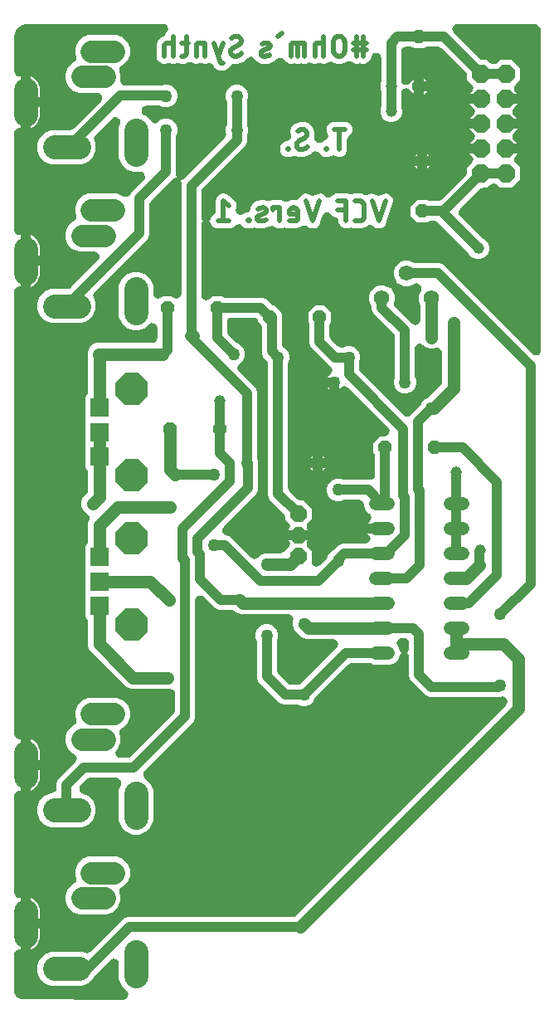
<source format=gbr>
G04 EAGLE Gerber RS-274X export*
G75*
%MOMM*%
%FSLAX34Y34*%
%LPD*%
%INBottom Copper*%
%IPPOS*%
%AMOC8*
5,1,8,0,0,1.08239X$1,22.5*%
G01*
G04 Define Apertures*
%ADD10C,0.508000*%
%ADD11P,1.42962X8X202.5*%
%ADD12P,1.42962X8X22.5*%
%ADD13P,1.42962X8X292.5*%
%ADD14C,1.320800*%
%ADD15P,2.03446X8X292.5*%
%ADD16C,2.476500*%
%ADD17C,2.286000*%
%ADD18C,1.260000*%
%ADD19C,1.563700*%
%ADD20P,1.81452X8X292.5*%
%ADD21R,1.879600X1.879600*%
%ADD22P,3.57405X8X202.5*%
%ADD23C,1.016000*%
%ADD24C,1.270000*%
%ADD25C,1.168400*%
G36*
X115977Y2299D02*
X113993Y1909D01*
X12347Y2531D01*
X12302Y2540D01*
X10863Y2540D01*
X10830Y2540D01*
X10806Y2540D01*
X9525Y2713D01*
X7915Y3145D01*
X5638Y4459D01*
X4459Y5638D01*
X3145Y7915D01*
X2713Y9525D01*
X2540Y10840D01*
X2540Y47946D01*
X2867Y49739D01*
X3943Y51451D01*
X5601Y52608D01*
X7580Y53026D01*
X8827Y52783D01*
X8827Y105952D01*
X7782Y105727D01*
X5789Y106066D01*
X4086Y107155D01*
X2942Y108823D01*
X2540Y110804D01*
X2540Y209871D01*
X2867Y211664D01*
X3943Y213376D01*
X5601Y214533D01*
X7580Y214951D01*
X8827Y214708D01*
X8827Y267877D01*
X7782Y267652D01*
X5789Y267991D01*
X4086Y269080D01*
X2942Y270748D01*
X2540Y272729D01*
X2540Y724221D01*
X2867Y726014D01*
X3943Y727726D01*
X5601Y728883D01*
X7580Y729301D01*
X8827Y729058D01*
X8827Y782227D01*
X7782Y782002D01*
X5789Y782341D01*
X4086Y783430D01*
X2942Y785098D01*
X2540Y787079D01*
X2540Y886146D01*
X2867Y887939D01*
X3943Y889651D01*
X5601Y890808D01*
X7580Y891226D01*
X8827Y890983D01*
X8827Y944152D01*
X7782Y943927D01*
X5789Y944266D01*
X4086Y945355D01*
X2942Y947023D01*
X2540Y949004D01*
X2540Y984313D01*
X2713Y985628D01*
X3794Y989661D01*
X5109Y991939D01*
X8062Y994891D01*
X10339Y996206D01*
X14372Y997287D01*
X15687Y997460D01*
X154423Y997460D01*
X156178Y997147D01*
X157898Y996085D01*
X159068Y994436D01*
X159502Y992461D01*
X159131Y990473D01*
X158466Y989469D01*
X157658Y987519D01*
X156585Y985900D01*
X154909Y984770D01*
X152884Y983931D01*
X149788Y980835D01*
X148112Y976789D01*
X148112Y974600D01*
X148112Y974600D01*
X148112Y962924D01*
X149272Y960124D01*
X151416Y957980D01*
X154216Y956820D01*
X157248Y956820D01*
X158303Y957257D01*
X160207Y957644D01*
X162192Y957257D01*
X163247Y956820D01*
X166279Y956820D01*
X167337Y957258D01*
X169241Y957645D01*
X171225Y957258D01*
X172284Y956820D01*
X174928Y956820D01*
X177118Y956820D01*
X180078Y958046D01*
X181981Y958433D01*
X183966Y958046D01*
X186926Y956820D01*
X189958Y956820D01*
X191014Y957257D01*
X192917Y957644D01*
X194902Y957257D01*
X195957Y956820D01*
X198989Y956820D01*
X199724Y957125D01*
X201907Y957506D01*
X203868Y957011D01*
X205479Y955790D01*
X206488Y954038D01*
X206650Y953550D01*
X207603Y952597D01*
X207849Y952334D01*
X208732Y951315D01*
X209978Y950799D01*
X210305Y950650D01*
X211511Y950047D01*
X212860Y950047D01*
X213220Y950034D01*
X214661Y949931D01*
X215371Y950047D01*
X217084Y950047D01*
X219884Y951207D01*
X222028Y953350D01*
X222166Y953684D01*
X223211Y955274D01*
X224878Y956418D01*
X226859Y956820D01*
X228018Y956820D01*
X228019Y956820D01*
X231450Y956820D01*
X237786Y959460D01*
X239747Y961437D01*
X239751Y961444D01*
X240899Y962798D01*
X242681Y963752D01*
X244695Y963935D01*
X246620Y963319D01*
X248153Y962000D01*
X250529Y958938D01*
X255006Y956785D01*
X257489Y956821D01*
X261961Y956885D01*
X266169Y958399D01*
X267595Y958912D01*
X270571Y961619D01*
X271896Y962490D01*
X273867Y962939D01*
X275858Y962585D01*
X277552Y961482D01*
X278296Y960378D01*
X280694Y957980D01*
X283494Y956820D01*
X286602Y956820D01*
X288356Y957176D01*
X290186Y956820D01*
X293375Y956820D01*
X295130Y957176D01*
X296959Y956820D01*
X300073Y956820D01*
X302104Y957661D01*
X304007Y958048D01*
X305992Y957661D01*
X308023Y956820D01*
X311054Y956820D01*
X312110Y957257D01*
X314014Y957644D01*
X315998Y957257D01*
X317054Y956820D01*
X320085Y956820D01*
X323692Y958314D01*
X323791Y958381D01*
X325769Y958799D01*
X327754Y958413D01*
X331599Y956820D01*
X336875Y956820D01*
X342503Y959151D01*
X344366Y959537D01*
X346353Y959166D01*
X348039Y958050D01*
X348109Y957980D01*
X350909Y956820D01*
X354017Y956820D01*
X355771Y957176D01*
X357600Y956820D01*
X360714Y956820D01*
X363515Y957980D01*
X365658Y960124D01*
X366950Y963242D01*
X367190Y964473D01*
X368306Y966158D01*
X368518Y966370D01*
X369981Y967390D01*
X371948Y967855D01*
X373941Y967516D01*
X375644Y966427D01*
X376788Y964759D01*
X377190Y962778D01*
X377190Y938473D01*
X376803Y936529D01*
X376428Y935623D01*
X376428Y931278D01*
X376803Y930371D01*
X377190Y928427D01*
X377190Y913073D01*
X376803Y911129D01*
X376428Y910223D01*
X376428Y905877D01*
X378091Y901863D01*
X381163Y898791D01*
X385177Y897128D01*
X389523Y897128D01*
X393537Y898791D01*
X396609Y901863D01*
X398272Y905877D01*
X398272Y910223D01*
X397897Y911129D01*
X397510Y913073D01*
X397510Y926669D01*
X397823Y928425D01*
X398885Y930145D01*
X400534Y931315D01*
X402509Y931749D01*
X404497Y931378D01*
X406182Y930261D01*
X410845Y925598D01*
X410845Y941302D01*
X406182Y936639D01*
X404719Y935619D01*
X402752Y935153D01*
X400759Y935492D01*
X399056Y936582D01*
X397912Y938249D01*
X397510Y940231D01*
X397510Y969010D01*
X397852Y970841D01*
X398941Y972544D01*
X400609Y973688D01*
X402590Y974090D01*
X407457Y974090D01*
X409364Y973719D01*
X411049Y972602D01*
X411085Y972566D01*
X420765Y972566D01*
X420801Y972602D01*
X422412Y973688D01*
X424393Y974090D01*
X435012Y974090D01*
X436919Y973719D01*
X438604Y972602D01*
X463459Y947747D01*
X464545Y946137D01*
X464947Y944155D01*
X464947Y940153D01*
X469854Y935246D01*
X470907Y933710D01*
X471341Y931735D01*
X470971Y929747D01*
X469854Y928062D01*
X467622Y925830D01*
X484505Y925830D01*
X484505Y915670D01*
X467622Y915670D01*
X471650Y911642D01*
X472703Y910106D01*
X473137Y908131D01*
X472767Y906143D01*
X471650Y904458D01*
X467622Y900430D01*
X484505Y900430D01*
X484505Y890270D01*
X467622Y890270D01*
X471650Y886242D01*
X472703Y884706D01*
X473137Y882731D01*
X472767Y880743D01*
X471650Y879058D01*
X467622Y875030D01*
X484505Y875030D01*
X484505Y864870D01*
X467622Y864870D01*
X469854Y862638D01*
X470907Y861102D01*
X471341Y859127D01*
X470971Y857140D01*
X469854Y855454D01*
X464947Y850547D01*
X464947Y846545D01*
X464576Y844638D01*
X463459Y842953D01*
X438604Y818098D01*
X436994Y817012D01*
X435012Y816610D01*
X427568Y816610D01*
X425661Y816981D01*
X423976Y818098D01*
X423940Y818134D01*
X414260Y818134D01*
X407416Y811290D01*
X407416Y801610D01*
X414260Y794766D01*
X423940Y794766D01*
X423976Y794802D01*
X425587Y795888D01*
X427568Y796290D01*
X431837Y796290D01*
X433744Y795919D01*
X435429Y794802D01*
X465514Y764717D01*
X466615Y763069D01*
X466991Y762163D01*
X470063Y759091D01*
X474077Y757428D01*
X478423Y757428D01*
X482437Y759091D01*
X485509Y762163D01*
X487172Y766177D01*
X487172Y770523D01*
X485509Y774537D01*
X482437Y777609D01*
X481531Y777985D01*
X479883Y779086D01*
X457698Y801270D01*
X456645Y802807D01*
X456211Y804782D01*
X456581Y806769D01*
X457698Y808455D01*
X477828Y828584D01*
X479438Y829670D01*
X481420Y830072D01*
X485422Y830072D01*
X488252Y832902D01*
X489863Y833988D01*
X491844Y834390D01*
X492406Y834390D01*
X494312Y834019D01*
X495998Y832902D01*
X498828Y830072D01*
X510822Y830072D01*
X519303Y838553D01*
X519303Y850547D01*
X514396Y855454D01*
X513343Y856990D01*
X512909Y858965D01*
X513279Y860953D01*
X514396Y862638D01*
X516628Y864870D01*
X499745Y864870D01*
X499745Y875030D01*
X516628Y875030D01*
X512600Y879058D01*
X511547Y880594D01*
X511113Y882569D01*
X511483Y884557D01*
X512600Y886242D01*
X516628Y890270D01*
X499745Y890270D01*
X499745Y900430D01*
X516628Y900430D01*
X512600Y904458D01*
X511547Y905994D01*
X511113Y907969D01*
X511483Y909957D01*
X512600Y911642D01*
X516628Y915670D01*
X499745Y915670D01*
X499745Y925830D01*
X516628Y925830D01*
X514396Y928062D01*
X513343Y929598D01*
X512909Y931573D01*
X513279Y933561D01*
X514396Y935246D01*
X519303Y940153D01*
X519303Y952147D01*
X510822Y960628D01*
X498828Y960628D01*
X495998Y957798D01*
X494387Y956712D01*
X492406Y956310D01*
X491844Y956310D01*
X489938Y956681D01*
X488252Y957798D01*
X485422Y960628D01*
X481420Y960628D01*
X479513Y960999D01*
X477828Y962116D01*
X451156Y988788D01*
X450136Y990251D01*
X449670Y992218D01*
X450009Y994211D01*
X451099Y995914D01*
X452766Y997058D01*
X454748Y997460D01*
X532440Y997460D01*
X533755Y997287D01*
X535087Y996930D01*
X537365Y995615D01*
X538340Y994640D01*
X539655Y992362D01*
X540012Y991030D01*
X540185Y989715D01*
X540185Y664398D01*
X539872Y662643D01*
X538810Y660922D01*
X537161Y659753D01*
X535186Y659319D01*
X533198Y659689D01*
X531513Y660806D01*
X440756Y751563D01*
X437021Y753110D01*
X413410Y753110D01*
X411504Y753481D01*
X411468Y753505D01*
X411465Y753498D01*
X405791Y755849D01*
X400659Y755849D01*
X395919Y753885D01*
X392290Y750256D01*
X390327Y745516D01*
X390327Y740384D01*
X392659Y734753D01*
X393042Y733012D01*
X393001Y732761D01*
X393044Y732770D01*
X395028Y732384D01*
X400659Y730052D01*
X405791Y730052D01*
X411422Y732384D01*
X413163Y732767D01*
X415159Y732443D01*
X416871Y731368D01*
X418027Y729709D01*
X418445Y727731D01*
X418059Y725747D01*
X415727Y720116D01*
X415727Y714984D01*
X416808Y712373D01*
X417195Y710429D01*
X417195Y695288D01*
X416882Y693532D01*
X415820Y691812D01*
X414171Y690642D01*
X412196Y690208D01*
X410208Y690579D01*
X408523Y691696D01*
X391516Y708703D01*
X390446Y710276D01*
X390028Y712254D01*
X390415Y714239D01*
X390724Y714984D01*
X390724Y720116D01*
X388391Y725747D01*
X388008Y727488D01*
X388049Y727739D01*
X388006Y727730D01*
X386022Y728116D01*
X380391Y730449D01*
X375259Y730449D01*
X370519Y728485D01*
X366890Y724856D01*
X364927Y720116D01*
X364927Y714984D01*
X367261Y709348D01*
X367263Y709346D01*
X367263Y709343D01*
X367277Y709310D01*
X367271Y709307D01*
X367665Y707365D01*
X367665Y706004D01*
X369212Y702270D01*
X389677Y681804D01*
X390763Y680194D01*
X391165Y678212D01*
X391165Y638044D01*
X390778Y636100D01*
X389945Y634089D01*
X389945Y629561D01*
X391678Y625379D01*
X394879Y622178D01*
X399061Y620445D01*
X403589Y620445D01*
X407771Y622178D01*
X410973Y625379D01*
X412705Y629561D01*
X412705Y634089D01*
X411872Y636100D01*
X411485Y638044D01*
X411485Y666261D01*
X411798Y668017D01*
X412860Y669737D01*
X414509Y670907D01*
X416484Y671341D01*
X418472Y670970D01*
X420157Y669853D01*
X422150Y667860D01*
X426351Y666120D01*
X430899Y666120D01*
X432396Y666740D01*
X434178Y667124D01*
X436171Y666785D01*
X437874Y665696D01*
X439018Y664028D01*
X439420Y662047D01*
X439420Y632314D01*
X439049Y630407D01*
X437932Y628722D01*
X426108Y616898D01*
X424460Y615797D01*
X422150Y614840D01*
X418935Y611625D01*
X418052Y609492D01*
X416951Y607844D01*
X407344Y598237D01*
X405807Y597184D01*
X403832Y596750D01*
X401845Y597120D01*
X400159Y598237D01*
X355823Y642574D01*
X354737Y644184D01*
X354335Y646166D01*
X354335Y651006D01*
X354722Y652950D01*
X355555Y654961D01*
X355555Y659489D01*
X353823Y663671D01*
X350621Y666873D01*
X346439Y668605D01*
X341911Y668605D01*
X339900Y667772D01*
X337956Y667385D01*
X336513Y667385D01*
X334606Y667756D01*
X332921Y668873D01*
X325973Y675821D01*
X324887Y677431D01*
X324485Y679413D01*
X324485Y690032D01*
X324856Y691939D01*
X325973Y693624D01*
X326009Y693660D01*
X326009Y703340D01*
X319165Y710184D01*
X309485Y710184D01*
X302641Y703340D01*
X302641Y693660D01*
X302677Y693624D01*
X303763Y692014D01*
X304165Y690032D01*
X304165Y671079D01*
X305712Y667345D01*
X324681Y648376D01*
X325570Y647807D01*
X326753Y646167D01*
X327202Y644196D01*
X326847Y642206D01*
X325744Y640511D01*
X324068Y639381D01*
X323918Y639319D01*
X321503Y636905D01*
X334005Y636905D01*
X334005Y624403D01*
X336039Y626437D01*
X337575Y627490D01*
X339550Y627924D01*
X341537Y627553D01*
X343223Y626437D01*
X384153Y585506D01*
X385174Y584043D01*
X385639Y582076D01*
X385300Y580083D01*
X384210Y578380D01*
X382543Y577236D01*
X380561Y576834D01*
X376160Y576834D01*
X369316Y569990D01*
X369316Y560310D01*
X369352Y560274D01*
X370438Y558664D01*
X370840Y556682D01*
X370840Y537215D01*
X370498Y535384D01*
X369409Y533681D01*
X367741Y532537D01*
X365760Y532135D01*
X339594Y532135D01*
X337650Y532522D01*
X335639Y533355D01*
X331111Y533355D01*
X326929Y531623D01*
X323728Y528421D01*
X321995Y524239D01*
X321995Y519711D01*
X323728Y515529D01*
X326929Y512328D01*
X331111Y510595D01*
X335639Y510595D01*
X337650Y511428D01*
X339594Y511815D01*
X354457Y511815D01*
X356288Y511473D01*
X357991Y510384D01*
X359135Y508716D01*
X359537Y506735D01*
X359537Y505676D01*
X361316Y501382D01*
X364949Y497748D01*
X365603Y497326D01*
X366772Y495677D01*
X367206Y493703D01*
X366836Y491715D01*
X365719Y490030D01*
X363469Y487780D01*
X363428Y487680D01*
X382905Y487680D01*
X382905Y477520D01*
X363428Y477520D01*
X363469Y477420D01*
X364857Y476032D01*
X365877Y474569D01*
X366343Y472602D01*
X366004Y470609D01*
X364914Y468906D01*
X363247Y467762D01*
X361265Y467360D01*
X337704Y467360D01*
X333970Y465813D01*
X328412Y460255D01*
X327055Y459349D01*
X323728Y456021D01*
X322894Y454009D01*
X321793Y452361D01*
X314651Y445219D01*
X313188Y444199D01*
X311220Y443734D01*
X309227Y444073D01*
X307524Y445162D01*
X306381Y446830D01*
X305979Y448811D01*
X305979Y459820D01*
X302556Y463242D01*
X301502Y464779D01*
X301068Y466754D01*
X301439Y468741D01*
X302556Y470427D01*
X302883Y470754D01*
X282150Y470754D01*
X282477Y470427D01*
X283531Y468890D01*
X283965Y466916D01*
X283594Y464928D01*
X282477Y463242D01*
X277928Y458693D01*
X276317Y457607D01*
X274336Y457205D01*
X258076Y457205D01*
X253875Y455465D01*
X251370Y452959D01*
X249833Y451906D01*
X247859Y451472D01*
X245871Y451843D01*
X244186Y452959D01*
X226654Y470491D01*
X223082Y474063D01*
X218937Y475780D01*
X218134Y475923D01*
X216414Y476985D01*
X215244Y478634D01*
X214810Y480609D01*
X215181Y482597D01*
X216298Y484282D01*
X249863Y517848D01*
X251410Y521582D01*
X251410Y549343D01*
X251405Y549368D01*
X251405Y551539D01*
X250572Y553550D01*
X250185Y555494D01*
X250185Y622421D01*
X248638Y626155D01*
X232084Y642710D01*
X231047Y644209D01*
X230597Y646180D01*
X230952Y648171D01*
X232055Y649865D01*
X232680Y650286D01*
X236348Y653954D01*
X238080Y658136D01*
X238080Y662664D01*
X236348Y666846D01*
X233146Y670048D01*
X231134Y670881D01*
X229486Y671982D01*
X221198Y680271D01*
X220112Y681881D01*
X219710Y683863D01*
X219710Y692785D01*
X220052Y694616D01*
X221141Y696319D01*
X222809Y697463D01*
X224790Y697865D01*
X246761Y697865D01*
X248592Y697523D01*
X250295Y696434D01*
X251439Y694766D01*
X251618Y693883D01*
X253777Y691724D01*
X254863Y690114D01*
X255265Y688132D01*
X255265Y661554D01*
X256812Y657820D01*
X260127Y654504D01*
X261213Y652894D01*
X261615Y650912D01*
X261615Y516144D01*
X263162Y512410D01*
X277567Y498005D01*
X278652Y496394D01*
X279055Y494413D01*
X279055Y491847D01*
X282477Y488425D01*
X283531Y486888D01*
X283965Y484913D01*
X283594Y482926D01*
X282477Y481240D01*
X282150Y480914D01*
X302883Y480914D01*
X302556Y481240D01*
X301502Y482777D01*
X301068Y484751D01*
X301439Y486739D01*
X302556Y488425D01*
X305979Y491847D01*
X305979Y503000D01*
X298093Y510886D01*
X295527Y510886D01*
X293621Y511257D01*
X291935Y512373D01*
X283423Y520886D01*
X282337Y522496D01*
X281935Y524478D01*
X281935Y651006D01*
X282322Y652950D01*
X283155Y654961D01*
X283155Y659489D01*
X281423Y663671D01*
X277868Y667225D01*
X277131Y667710D01*
X275987Y669377D01*
X275585Y671359D01*
X275585Y700549D01*
X275209Y702439D01*
X275209Y703340D01*
X268365Y710184D01*
X268314Y710184D01*
X266407Y710555D01*
X264722Y711672D01*
X259755Y716638D01*
X256021Y718185D01*
X218018Y718185D01*
X216111Y718556D01*
X214426Y719673D01*
X214390Y719709D01*
X204710Y719709D01*
X202093Y717092D01*
X200630Y716072D01*
X198663Y715606D01*
X196670Y715945D01*
X194967Y717035D01*
X193823Y718703D01*
X193421Y720684D01*
X193421Y792165D01*
X193720Y793882D01*
X194769Y795611D01*
X195710Y796290D01*
X194967Y796766D01*
X193823Y798434D01*
X193421Y800415D01*
X193421Y826131D01*
X193792Y828038D01*
X194909Y829723D01*
X238488Y873303D01*
X240035Y877037D01*
X240035Y882781D01*
X240422Y884725D01*
X241255Y886736D01*
X241255Y891264D01*
X240422Y893275D01*
X240035Y895219D01*
X240035Y917706D01*
X240422Y919650D01*
X241255Y921661D01*
X241255Y926189D01*
X239523Y930371D01*
X236321Y933573D01*
X232139Y935305D01*
X227611Y935305D01*
X223429Y933573D01*
X220228Y930371D01*
X218495Y926189D01*
X218495Y921661D01*
X219328Y919650D01*
X219715Y917706D01*
X219715Y895219D01*
X219328Y893275D01*
X218495Y891264D01*
X218495Y886736D01*
X218570Y886556D01*
X218956Y884693D01*
X218585Y882705D01*
X217469Y881020D01*
X176307Y839858D01*
X174844Y838838D01*
X172877Y838373D01*
X171939Y838533D01*
X172699Y837425D01*
X173101Y835443D01*
X173101Y722462D01*
X172788Y720706D01*
X171726Y718986D01*
X170077Y717816D01*
X168102Y717383D01*
X166114Y717753D01*
X164429Y718870D01*
X163590Y719709D01*
X153910Y719709D01*
X153037Y718836D01*
X151574Y717816D01*
X149607Y717350D01*
X147614Y717689D01*
X145911Y718779D01*
X144767Y720446D01*
X144365Y722428D01*
X144365Y730504D01*
X141706Y736922D01*
X136794Y741834D01*
X130376Y744493D01*
X123429Y744493D01*
X117011Y741834D01*
X112098Y736922D01*
X109440Y730504D01*
X109440Y698792D01*
X112098Y692374D01*
X117011Y687462D01*
X123429Y684803D01*
X130376Y684803D01*
X136794Y687462D01*
X139918Y690585D01*
X141381Y691605D01*
X143348Y692071D01*
X145341Y691732D01*
X147044Y690642D01*
X148188Y688975D01*
X148590Y686993D01*
X148590Y676910D01*
X148248Y675079D01*
X147159Y673376D01*
X145491Y672232D01*
X143510Y671830D01*
X86626Y671830D01*
X82425Y670090D01*
X79210Y666875D01*
X77470Y662674D01*
X77470Y658127D01*
X77591Y657834D01*
X77978Y655890D01*
X77978Y622679D01*
X77607Y620773D01*
X76490Y619087D01*
X75703Y618301D01*
X74930Y616433D01*
X74930Y595617D01*
X74991Y595469D01*
X75378Y593566D01*
X74991Y591581D01*
X74930Y591434D01*
X74930Y570617D01*
X74991Y570469D01*
X75378Y568566D01*
X74991Y566581D01*
X74930Y566434D01*
X74930Y545617D01*
X75703Y543749D01*
X76490Y542963D01*
X77576Y541352D01*
X77978Y539371D01*
X77978Y521697D01*
X77607Y519790D01*
X76490Y518105D01*
X72860Y514475D01*
X71120Y510274D01*
X71120Y505726D01*
X72860Y501525D01*
X76075Y498310D01*
X76454Y498153D01*
X78016Y497137D01*
X79172Y495478D01*
X79590Y493500D01*
X79204Y491516D01*
X77978Y488557D01*
X77978Y470279D01*
X77607Y468373D01*
X76490Y466687D01*
X75703Y465901D01*
X74930Y464033D01*
X74930Y443217D01*
X74991Y443069D01*
X75378Y441166D01*
X74991Y439181D01*
X74930Y439034D01*
X74930Y418217D01*
X74991Y418069D01*
X75378Y416166D01*
X74991Y414181D01*
X74930Y414034D01*
X74930Y393217D01*
X75703Y391349D01*
X76490Y390563D01*
X77576Y388952D01*
X77978Y386971D01*
X77978Y362343D01*
X79718Y358142D01*
X117350Y320510D01*
X121551Y318770D01*
X161920Y318770D01*
X163751Y318428D01*
X165454Y317339D01*
X166598Y315671D01*
X167000Y313690D01*
X167000Y297773D01*
X166629Y295866D01*
X165512Y294181D01*
X121377Y250046D01*
X119767Y248960D01*
X117785Y248558D01*
X111205Y248558D01*
X109450Y248871D01*
X107729Y249933D01*
X106560Y251582D01*
X106126Y253557D01*
X106496Y255545D01*
X107613Y257230D01*
X108331Y257948D01*
X110844Y264016D01*
X110844Y270584D01*
X110122Y272327D01*
X109737Y274150D01*
X110092Y276140D01*
X111195Y277835D01*
X112872Y278965D01*
X113687Y279302D01*
X118331Y283947D01*
X120844Y290015D01*
X120844Y296583D01*
X118331Y302651D01*
X113687Y307295D01*
X107618Y309809D01*
X78190Y309809D01*
X72122Y307295D01*
X67478Y302651D01*
X64964Y296583D01*
X64964Y290015D01*
X65686Y288272D01*
X66072Y286449D01*
X65717Y284459D01*
X64614Y282764D01*
X62937Y281634D01*
X62122Y281297D01*
X57478Y276652D01*
X54964Y270584D01*
X54964Y264016D01*
X57478Y257948D01*
X62122Y253304D01*
X63595Y252693D01*
X65127Y251705D01*
X66297Y250056D01*
X66731Y248081D01*
X66360Y246094D01*
X65243Y244408D01*
X47291Y226456D01*
X45744Y222722D01*
X45744Y217843D01*
X45403Y216012D01*
X44313Y214309D01*
X42646Y213165D01*
X40664Y212763D01*
X40048Y212763D01*
X33630Y210105D01*
X28718Y205192D01*
X26059Y198774D01*
X26059Y191827D01*
X28718Y185409D01*
X33630Y180497D01*
X40048Y177838D01*
X71760Y177838D01*
X78179Y180497D01*
X83091Y185409D01*
X85749Y191827D01*
X85749Y198774D01*
X83091Y205192D01*
X78179Y210105D01*
X72120Y212614D01*
X70588Y213603D01*
X69418Y215252D01*
X68985Y217227D01*
X69355Y219214D01*
X70472Y220900D01*
X76322Y226750D01*
X77933Y227836D01*
X79914Y228238D01*
X106843Y228238D01*
X108636Y227911D01*
X110348Y226835D01*
X111504Y225177D01*
X111922Y223198D01*
X111536Y221214D01*
X109440Y216154D01*
X109440Y184442D01*
X112098Y178024D01*
X117011Y173112D01*
X123429Y170453D01*
X130376Y170453D01*
X136794Y173112D01*
X141706Y178024D01*
X144365Y184442D01*
X144365Y216154D01*
X141706Y222572D01*
X136475Y227803D01*
X135752Y228270D01*
X134582Y229919D01*
X134148Y231894D01*
X134519Y233882D01*
X135636Y235567D01*
X185773Y285705D01*
X187320Y289439D01*
X187320Y409194D01*
X187633Y410950D01*
X188695Y412670D01*
X190344Y413840D01*
X192319Y414274D01*
X194307Y413903D01*
X195992Y412786D01*
X207817Y400962D01*
X211551Y399415D01*
X224941Y399415D01*
X226848Y399044D01*
X228533Y397927D01*
X229750Y396710D01*
X233951Y394970D01*
X282419Y394970D01*
X284212Y394643D01*
X285924Y393567D01*
X287081Y391909D01*
X287499Y389931D01*
X287112Y387946D01*
X287020Y387724D01*
X287020Y383176D01*
X288760Y378975D01*
X296425Y371310D01*
X300626Y369570D01*
X328337Y369570D01*
X330093Y369257D01*
X331813Y368195D01*
X332983Y366546D01*
X333417Y364571D01*
X333046Y362583D01*
X331929Y360898D01*
X295729Y324698D01*
X294119Y323612D01*
X292137Y323210D01*
X285713Y323210D01*
X283806Y323581D01*
X282121Y324698D01*
X271998Y334821D01*
X270912Y336431D01*
X270510Y338413D01*
X270510Y367156D01*
X270897Y369100D01*
X271730Y371111D01*
X271730Y375639D01*
X269998Y379821D01*
X266796Y383023D01*
X262614Y384755D01*
X258086Y384755D01*
X253904Y383023D01*
X250703Y379821D01*
X248970Y375639D01*
X248970Y371111D01*
X249803Y369100D01*
X250190Y367156D01*
X250190Y330079D01*
X251737Y326345D01*
X273645Y304437D01*
X277379Y302890D01*
X292231Y302890D01*
X294175Y302503D01*
X296186Y301670D01*
X300714Y301670D01*
X304896Y303403D01*
X308098Y306604D01*
X308931Y308616D01*
X310032Y310264D01*
X343721Y343952D01*
X345331Y345038D01*
X347313Y345440D01*
X364207Y345440D01*
X366151Y345053D01*
X368897Y343916D01*
X386753Y343916D01*
X391047Y345695D01*
X394334Y348982D01*
X395992Y352983D01*
X396925Y354455D01*
X398524Y355628D01*
X397122Y356540D01*
X395992Y358217D01*
X394312Y362273D01*
X393365Y363631D01*
X392899Y365598D01*
X393238Y367591D01*
X394328Y369294D01*
X395996Y370438D01*
X397977Y370840D01*
X400685Y370840D01*
X402516Y370498D01*
X404219Y369409D01*
X405363Y367741D01*
X405765Y365760D01*
X405765Y360161D01*
X405466Y358444D01*
X404417Y356715D01*
X402835Y355573D01*
X404219Y354688D01*
X405363Y353020D01*
X405765Y351039D01*
X405765Y331354D01*
X407312Y327620D01*
X422870Y312062D01*
X426604Y310515D01*
X498596Y310515D01*
X499071Y310712D01*
X500853Y311096D01*
X502846Y310757D01*
X504549Y309667D01*
X505693Y308000D01*
X506095Y306018D01*
X506095Y305759D01*
X505724Y303853D01*
X504607Y302167D01*
X289984Y87544D01*
X288373Y86459D01*
X286392Y86056D01*
X118142Y86056D01*
X114408Y84509D01*
X80508Y50609D01*
X78934Y49540D01*
X76956Y49121D01*
X74972Y49508D01*
X71760Y50838D01*
X40048Y50838D01*
X33630Y48180D01*
X28718Y43267D01*
X26059Y36849D01*
X26059Y29902D01*
X28718Y23484D01*
X33630Y18572D01*
X40048Y15913D01*
X71760Y15913D01*
X78179Y18572D01*
X83091Y23484D01*
X83391Y24209D01*
X84492Y25857D01*
X100768Y42132D01*
X102230Y43152D01*
X104198Y43618D01*
X106191Y43279D01*
X107894Y42189D01*
X109038Y40522D01*
X109440Y38540D01*
X109440Y22517D01*
X112098Y16099D01*
X117616Y10581D01*
X118649Y9090D01*
X119102Y7120D01*
X118751Y5129D01*
X117651Y3433D01*
X115977Y2299D01*
G37*
%LPC*%
G36*
X40048Y692188D02*
X71760Y692188D01*
X78179Y694847D01*
X83091Y699759D01*
X85749Y706177D01*
X85749Y713124D01*
X83533Y718476D01*
X83147Y720339D01*
X83517Y722326D01*
X84634Y724012D01*
X138788Y778166D01*
X140335Y781900D01*
X140335Y812837D01*
X140706Y814744D01*
X141823Y816429D01*
X164429Y839035D01*
X165892Y840056D01*
X167859Y840521D01*
X168797Y840361D01*
X168037Y841469D01*
X167635Y843451D01*
X167635Y882781D01*
X168022Y884725D01*
X168855Y886736D01*
X168855Y891264D01*
X167123Y895446D01*
X163921Y898648D01*
X159739Y900380D01*
X155211Y900380D01*
X151029Y898648D01*
X149871Y897490D01*
X148372Y896453D01*
X146401Y896004D01*
X144410Y896358D01*
X142716Y897462D01*
X141938Y898616D01*
X136794Y903759D01*
X135575Y904265D01*
X134102Y905198D01*
X132906Y906829D01*
X132441Y908796D01*
X132780Y910789D01*
X133870Y912492D01*
X135537Y913636D01*
X137519Y914038D01*
X150597Y914038D01*
X152541Y913651D01*
X155211Y912545D01*
X159739Y912545D01*
X163921Y914278D01*
X167123Y917479D01*
X168855Y921661D01*
X168855Y926189D01*
X167123Y930371D01*
X163921Y933573D01*
X159739Y935305D01*
X155211Y935305D01*
X153859Y934745D01*
X151915Y934358D01*
X115924Y934358D01*
X114093Y934700D01*
X112390Y935789D01*
X111247Y937457D01*
X110844Y939438D01*
X110844Y946859D01*
X110122Y948602D01*
X109737Y950425D01*
X110092Y952415D01*
X111195Y954110D01*
X112872Y955240D01*
X113687Y955577D01*
X118331Y960222D01*
X120844Y966290D01*
X120844Y972858D01*
X118331Y978926D01*
X113687Y983570D01*
X107618Y986084D01*
X78190Y986084D01*
X72122Y983570D01*
X67478Y978926D01*
X64964Y972858D01*
X64964Y966290D01*
X65686Y964547D01*
X66072Y962724D01*
X65717Y960734D01*
X64614Y959039D01*
X62937Y957909D01*
X62122Y957572D01*
X57478Y952927D01*
X54964Y946859D01*
X54964Y940291D01*
X57478Y934223D01*
X62122Y929579D01*
X68190Y927065D01*
X87450Y927065D01*
X89205Y926752D01*
X90925Y925690D01*
X92095Y924041D01*
X92529Y922066D01*
X92158Y920079D01*
X91042Y918393D01*
X63175Y890526D01*
X61564Y889440D01*
X59582Y889038D01*
X40048Y889038D01*
X33630Y886380D01*
X28718Y881467D01*
X26059Y875049D01*
X26059Y868102D01*
X28718Y861684D01*
X33630Y856772D01*
X40048Y854113D01*
X71760Y854113D01*
X78179Y856772D01*
X83091Y861684D01*
X85749Y868102D01*
X85749Y875049D01*
X84320Y878500D01*
X83934Y880363D01*
X84305Y882350D01*
X85421Y884036D01*
X102430Y901045D01*
X103856Y902048D01*
X105820Y902529D01*
X107816Y902205D01*
X109527Y901130D01*
X110684Y899471D01*
X111102Y897493D01*
X110716Y895509D01*
X109440Y892429D01*
X109440Y860717D01*
X112098Y854299D01*
X117011Y849387D01*
X123429Y846728D01*
X131120Y846728D01*
X132876Y846415D01*
X134596Y845353D01*
X135766Y843704D01*
X136200Y841729D01*
X135829Y839741D01*
X134712Y838056D01*
X121562Y824905D01*
X121200Y824032D01*
X120184Y822471D01*
X118525Y821314D01*
X116547Y820896D01*
X114563Y821282D01*
X107618Y824159D01*
X78190Y824159D01*
X72122Y821645D01*
X67478Y817001D01*
X64964Y810933D01*
X64964Y804365D01*
X65686Y802622D01*
X66072Y800799D01*
X65717Y798809D01*
X64614Y797114D01*
X62937Y795984D01*
X62122Y795647D01*
X57478Y791002D01*
X54964Y784934D01*
X54964Y778366D01*
X57478Y772298D01*
X62122Y767654D01*
X68190Y765140D01*
X84761Y765140D01*
X86517Y764827D01*
X88237Y763765D01*
X89407Y762116D01*
X89841Y760141D01*
X89470Y758154D01*
X88353Y756468D01*
X60486Y728601D01*
X58876Y727515D01*
X56894Y727113D01*
X40048Y727113D01*
X33630Y724455D01*
X28718Y719542D01*
X26059Y713124D01*
X26059Y706177D01*
X28718Y699759D01*
X33630Y694847D01*
X40048Y692188D01*
G37*
G36*
X18987Y922655D02*
X28829Y922655D01*
X28829Y932926D01*
X26557Y938410D01*
X22359Y942608D01*
X18987Y944005D01*
X18987Y922655D01*
G37*
G36*
X421005Y938530D02*
X423777Y938530D01*
X421005Y941302D01*
X421005Y938530D01*
G37*
G36*
X421005Y928370D02*
X421005Y925598D01*
X423777Y928370D01*
X421005Y928370D01*
G37*
G36*
X18987Y912495D02*
X18987Y891145D01*
X22359Y892542D01*
X26557Y896740D01*
X28829Y902224D01*
X28829Y912495D01*
X18987Y912495D01*
G37*
G36*
X292881Y861695D02*
X295295Y861695D01*
X295295Y861695D01*
X298727Y861695D01*
X305062Y864335D01*
X306503Y865788D01*
X308017Y866840D01*
X309989Y867289D01*
X311979Y866934D01*
X313673Y865831D01*
X313781Y865671D01*
X316597Y862855D01*
X319398Y861695D01*
X323558Y861695D01*
X326428Y862884D01*
X328331Y863270D01*
X330316Y862884D01*
X333186Y861695D01*
X336217Y861695D01*
X339018Y862855D01*
X341161Y864999D01*
X342321Y867799D01*
X342321Y878811D01*
X342677Y880680D01*
X343780Y882374D01*
X344028Y882541D01*
X346806Y885319D01*
X347966Y888119D01*
X347966Y891151D01*
X346806Y893951D01*
X344662Y896095D01*
X341861Y897255D01*
X327541Y897255D01*
X324740Y896095D01*
X322597Y893951D01*
X321437Y891151D01*
X321437Y888119D01*
X322749Y884951D01*
X323135Y883128D01*
X322780Y881138D01*
X321677Y879443D01*
X320000Y878313D01*
X315856Y876597D01*
X314351Y876229D01*
X312342Y876459D01*
X310582Y877454D01*
X309350Y879057D01*
X308840Y881013D01*
X309124Y882946D01*
X309124Y887533D01*
X307276Y891994D01*
X303862Y895407D01*
X299402Y897255D01*
X294378Y897255D01*
X289424Y895604D01*
X287852Y894425D01*
X285108Y890994D01*
X284481Y887320D01*
X285354Y884820D01*
X285636Y883306D01*
X285297Y881313D01*
X284208Y879610D01*
X282540Y878466D01*
X280559Y878064D01*
X280424Y878064D01*
X277624Y876904D01*
X275480Y874760D01*
X274320Y871960D01*
X274320Y867799D01*
X275480Y864999D01*
X277624Y862855D01*
X280424Y861695D01*
X284585Y861695D01*
X286789Y862608D01*
X288692Y862994D01*
X290677Y862608D01*
X292881Y861695D01*
G37*
G36*
X424180Y862330D02*
X426952Y862330D01*
X424180Y865102D01*
X424180Y862330D01*
G37*
G36*
X411248Y862330D02*
X414020Y862330D01*
X414020Y865102D01*
X411248Y862330D01*
G37*
G36*
X424180Y852170D02*
X424180Y849398D01*
X426952Y852170D01*
X424180Y852170D01*
G37*
G36*
X411248Y852170D02*
X414020Y849398D01*
X414020Y852170D01*
X411248Y852170D01*
G37*
G36*
X375222Y788625D02*
X375874Y788579D01*
X376878Y788779D01*
X377462Y789071D01*
X378128Y789346D01*
X378748Y789553D01*
X379599Y790122D01*
X380027Y790616D01*
X380536Y791125D01*
X381030Y791553D01*
X381599Y792404D01*
X381805Y793024D01*
X382081Y793690D01*
X382373Y794274D01*
X382597Y795399D01*
X389343Y815638D01*
X389128Y818662D01*
X387773Y821373D01*
X385483Y823360D01*
X382607Y824318D01*
X379583Y824103D01*
X377134Y822879D01*
X374542Y822352D01*
X372590Y822879D01*
X370140Y824103D01*
X367117Y824318D01*
X363520Y823119D01*
X361954Y822859D01*
X359969Y823245D01*
X357592Y824230D01*
X356890Y824230D01*
X355179Y824230D01*
X355178Y824230D01*
X349147Y824230D01*
X348007Y823758D01*
X346104Y823371D01*
X344119Y823758D01*
X342980Y824230D01*
X330917Y824230D01*
X328117Y823070D01*
X326907Y821860D01*
X325695Y820964D01*
X323756Y820392D01*
X321747Y820620D01*
X319987Y821615D01*
X317975Y823360D01*
X315099Y824318D01*
X312075Y824103D01*
X309625Y822879D01*
X307034Y822352D01*
X305082Y822879D01*
X302632Y824103D01*
X299609Y824318D01*
X296733Y823360D01*
X294443Y821373D01*
X293888Y820265D01*
X292994Y819002D01*
X291326Y817859D01*
X289345Y817457D01*
X285453Y817457D01*
X282134Y816082D01*
X280231Y815696D01*
X278246Y816082D01*
X274928Y817457D01*
X265123Y817457D01*
X264092Y817029D01*
X261906Y816648D01*
X259946Y817145D01*
X259225Y817491D01*
X256741Y817456D01*
X256741Y817456D01*
X254645Y817426D01*
X250553Y816517D01*
X248642Y815656D01*
X248642Y815656D01*
X247260Y815034D01*
X245182Y812826D01*
X244005Y809720D01*
X243760Y808288D01*
X242670Y806585D01*
X241003Y805441D01*
X240654Y805370D01*
X236856Y803797D01*
X236472Y803495D01*
X234574Y802800D01*
X232555Y802900D01*
X230734Y803781D01*
X229402Y805301D01*
X228768Y807221D01*
X228933Y809236D01*
X229568Y811429D01*
X229234Y814442D01*
X227771Y817098D01*
X221492Y822121D01*
X221074Y822496D01*
X220385Y823185D01*
X219915Y823462D01*
X218980Y823733D01*
X218449Y823919D01*
X217549Y824292D01*
X217009Y824369D01*
X216041Y824261D01*
X215480Y824230D01*
X214505Y824230D01*
X213977Y824094D01*
X213124Y823624D01*
X212617Y823381D01*
X211717Y823008D01*
X211281Y822680D01*
X210672Y821919D01*
X210298Y821501D01*
X209609Y820812D01*
X209331Y820342D01*
X209060Y819406D01*
X208874Y818876D01*
X208501Y817976D01*
X208425Y817436D01*
X208532Y816468D01*
X208563Y815907D01*
X208563Y807114D01*
X208207Y805245D01*
X207104Y803551D01*
X206856Y803384D01*
X204079Y800606D01*
X203194Y798471D01*
X202261Y796999D01*
X201292Y796288D01*
X202064Y795786D01*
X203194Y794109D01*
X204079Y791974D01*
X206222Y789830D01*
X209023Y788670D01*
X223343Y788670D01*
X226144Y789830D01*
X228006Y791692D01*
X229543Y792746D01*
X231517Y793180D01*
X233505Y792809D01*
X235191Y791692D01*
X237053Y789830D01*
X239854Y788670D01*
X244014Y788670D01*
X245678Y789359D01*
X247863Y789740D01*
X249823Y789244D01*
X251089Y788635D01*
X253572Y788671D01*
X258044Y788735D01*
X262252Y790249D01*
X263944Y790858D01*
X265583Y791157D01*
X267570Y790786D01*
X268878Y789920D01*
X271896Y788670D01*
X274928Y788670D01*
X276438Y789295D01*
X278341Y789682D01*
X280326Y789295D01*
X281836Y788670D01*
X291185Y788670D01*
X295239Y790349D01*
X297096Y791528D01*
X299097Y791821D01*
X301053Y791310D01*
X302498Y790199D01*
X302514Y790190D01*
X303468Y789553D01*
X304088Y789346D01*
X304753Y789071D01*
X305338Y788779D01*
X306342Y788579D01*
X306994Y788625D01*
X307714Y788625D01*
X308366Y788579D01*
X309370Y788779D01*
X309954Y789071D01*
X310619Y789346D01*
X311240Y789553D01*
X312091Y790122D01*
X312519Y790616D01*
X313028Y791125D01*
X313522Y791553D01*
X314091Y792404D01*
X314297Y793024D01*
X314573Y793690D01*
X314865Y794274D01*
X315089Y795399D01*
X317177Y801662D01*
X318291Y803531D01*
X319940Y804701D01*
X321915Y805135D01*
X323902Y804764D01*
X325588Y803648D01*
X328117Y801119D01*
X330708Y800046D01*
X332298Y799001D01*
X333442Y797334D01*
X333844Y795352D01*
X333844Y794774D01*
X335004Y791974D01*
X337148Y789830D01*
X339948Y788670D01*
X342980Y788670D01*
X344119Y789142D01*
X346023Y789529D01*
X348007Y789142D01*
X349147Y788670D01*
X357592Y788670D01*
X362053Y790518D01*
X362335Y790800D01*
X364206Y791988D01*
X366207Y792280D01*
X368163Y791770D01*
X369765Y790537D01*
X370125Y790122D01*
X370976Y789553D01*
X371596Y789346D01*
X372261Y789071D01*
X372846Y788779D01*
X373850Y788579D01*
X374502Y788625D01*
X375222Y788625D01*
G37*
G36*
X18987Y760730D02*
X28829Y760730D01*
X28829Y771001D01*
X26557Y776485D01*
X22359Y780683D01*
X18987Y782080D01*
X18987Y760730D01*
G37*
G36*
X18987Y750570D02*
X18987Y729220D01*
X22359Y730617D01*
X26557Y734815D01*
X28829Y740299D01*
X28829Y750570D01*
X18987Y750570D01*
G37*
G36*
X321503Y626745D02*
X323845Y624403D01*
X323845Y626745D01*
X321503Y626745D01*
G37*
G36*
X305003Y554355D02*
X307345Y554355D01*
X307345Y556697D01*
X305003Y554355D01*
G37*
G36*
X317505Y554355D02*
X319847Y554355D01*
X317505Y556697D01*
X317505Y554355D01*
G37*
G36*
X317505Y544195D02*
X317505Y541853D01*
X319847Y544195D01*
X317505Y544195D01*
G37*
G36*
X305003Y544195D02*
X307345Y541853D01*
X307345Y544195D01*
X305003Y544195D01*
G37*
G36*
X18987Y246380D02*
X28829Y246380D01*
X28829Y256651D01*
X26557Y262135D01*
X22359Y266333D01*
X18987Y267730D01*
X18987Y246380D01*
G37*
G36*
X18987Y236220D02*
X18987Y214870D01*
X22359Y216267D01*
X26557Y220465D01*
X28829Y225949D01*
X28829Y236220D01*
X18987Y236220D01*
G37*
G36*
X68190Y88865D02*
X97618Y88865D01*
X103687Y91379D01*
X108331Y96023D01*
X110844Y102091D01*
X110844Y108659D01*
X110122Y110402D01*
X109737Y112225D01*
X110092Y114215D01*
X111195Y115910D01*
X112872Y117040D01*
X113687Y117377D01*
X118331Y122022D01*
X120844Y128090D01*
X120844Y134658D01*
X118331Y140726D01*
X113687Y145370D01*
X107618Y147884D01*
X78190Y147884D01*
X72122Y145370D01*
X67478Y140726D01*
X64964Y134658D01*
X64964Y128090D01*
X65686Y126347D01*
X66072Y124524D01*
X65717Y122534D01*
X64614Y120839D01*
X62937Y119709D01*
X62122Y119372D01*
X57478Y114727D01*
X54964Y108659D01*
X54964Y102091D01*
X57478Y96023D01*
X62122Y91379D01*
X68190Y88865D01*
G37*
G36*
X18987Y84455D02*
X28829Y84455D01*
X28829Y94726D01*
X26557Y100210D01*
X22359Y104408D01*
X18987Y105805D01*
X18987Y84455D01*
G37*
G36*
X18987Y74295D02*
X18987Y52945D01*
X22359Y54342D01*
X26557Y58540D01*
X28829Y64024D01*
X28829Y74295D01*
X18987Y74295D01*
G37*
%LPD*%
D10*
X362585Y971213D02*
X349038Y971213D01*
X349038Y977987D02*
X362585Y977987D01*
X359198Y984760D02*
X359198Y964440D01*
X352425Y964440D02*
X352425Y984760D01*
X339881Y979116D02*
X339881Y970084D01*
X339881Y979116D02*
X339879Y979265D01*
X339873Y979414D01*
X339863Y979563D01*
X339850Y979711D01*
X339832Y979859D01*
X339810Y980006D01*
X339785Y980153D01*
X339756Y980299D01*
X339722Y980444D01*
X339685Y980589D01*
X339645Y980732D01*
X339600Y980874D01*
X339552Y981015D01*
X339500Y981155D01*
X339444Y981293D01*
X339385Y981430D01*
X339322Y981565D01*
X339256Y981698D01*
X339186Y981830D01*
X339112Y981959D01*
X339036Y982087D01*
X338956Y982213D01*
X338872Y982336D01*
X338786Y982458D01*
X338696Y982576D01*
X338603Y982693D01*
X338507Y982807D01*
X338408Y982918D01*
X338306Y983027D01*
X338201Y983133D01*
X338094Y983236D01*
X337984Y983337D01*
X337871Y983434D01*
X337756Y983529D01*
X337638Y983620D01*
X337518Y983708D01*
X337396Y983793D01*
X337271Y983875D01*
X337145Y983953D01*
X337016Y984028D01*
X336885Y984100D01*
X336753Y984168D01*
X336619Y984233D01*
X336483Y984294D01*
X336345Y984352D01*
X336206Y984405D01*
X336066Y984455D01*
X335924Y984502D01*
X335782Y984545D01*
X335638Y984583D01*
X335493Y984618D01*
X335347Y984650D01*
X335201Y984677D01*
X335054Y984701D01*
X334906Y984720D01*
X334758Y984736D01*
X334609Y984748D01*
X334460Y984756D01*
X334311Y984760D01*
X334163Y984760D01*
X334014Y984756D01*
X333865Y984748D01*
X333716Y984736D01*
X333568Y984720D01*
X333420Y984701D01*
X333273Y984677D01*
X333127Y984650D01*
X332981Y984618D01*
X332836Y984583D01*
X332692Y984545D01*
X332550Y984502D01*
X332408Y984455D01*
X332268Y984405D01*
X332129Y984352D01*
X331991Y984294D01*
X331855Y984233D01*
X331721Y984168D01*
X331589Y984100D01*
X331458Y984028D01*
X331329Y983953D01*
X331203Y983875D01*
X331078Y983793D01*
X330956Y983708D01*
X330836Y983620D01*
X330718Y983529D01*
X330603Y983434D01*
X330490Y983337D01*
X330380Y983236D01*
X330273Y983133D01*
X330168Y983027D01*
X330066Y982918D01*
X329967Y982807D01*
X329871Y982693D01*
X329778Y982576D01*
X329688Y982458D01*
X329602Y982336D01*
X329518Y982213D01*
X329438Y982087D01*
X329362Y981959D01*
X329288Y981830D01*
X329218Y981698D01*
X329152Y981565D01*
X329089Y981430D01*
X329030Y981293D01*
X328974Y981155D01*
X328922Y981015D01*
X328874Y980874D01*
X328829Y980732D01*
X328789Y980589D01*
X328752Y980444D01*
X328718Y980299D01*
X328689Y980153D01*
X328664Y980006D01*
X328642Y979859D01*
X328624Y979711D01*
X328611Y979563D01*
X328601Y979414D01*
X328595Y979265D01*
X328593Y979116D01*
X328593Y970084D01*
X328595Y969935D01*
X328601Y969786D01*
X328611Y969637D01*
X328624Y969489D01*
X328642Y969341D01*
X328664Y969194D01*
X328689Y969047D01*
X328718Y968901D01*
X328752Y968756D01*
X328789Y968611D01*
X328829Y968468D01*
X328874Y968326D01*
X328922Y968185D01*
X328974Y968045D01*
X329030Y967907D01*
X329089Y967770D01*
X329152Y967635D01*
X329218Y967502D01*
X329288Y967370D01*
X329362Y967241D01*
X329438Y967113D01*
X329518Y966987D01*
X329602Y966864D01*
X329688Y966742D01*
X329778Y966624D01*
X329871Y966507D01*
X329967Y966393D01*
X330066Y966282D01*
X330168Y966173D01*
X330273Y966067D01*
X330380Y965964D01*
X330490Y965863D01*
X330603Y965766D01*
X330718Y965671D01*
X330836Y965580D01*
X330956Y965492D01*
X331078Y965407D01*
X331203Y965325D01*
X331329Y965247D01*
X331458Y965172D01*
X331589Y965100D01*
X331721Y965032D01*
X331855Y964967D01*
X331991Y964906D01*
X332129Y964848D01*
X332268Y964795D01*
X332408Y964745D01*
X332550Y964698D01*
X332692Y964655D01*
X332836Y964617D01*
X332981Y964582D01*
X333127Y964550D01*
X333273Y964523D01*
X333420Y964499D01*
X333568Y964480D01*
X333716Y964464D01*
X333865Y964452D01*
X334014Y964444D01*
X334163Y964440D01*
X334311Y964440D01*
X334460Y964444D01*
X334609Y964452D01*
X334758Y964464D01*
X334906Y964480D01*
X335054Y964499D01*
X335201Y964523D01*
X335347Y964550D01*
X335493Y964582D01*
X335638Y964617D01*
X335782Y964655D01*
X335924Y964698D01*
X336066Y964745D01*
X336206Y964795D01*
X336345Y964848D01*
X336483Y964906D01*
X336619Y964967D01*
X336753Y965032D01*
X336885Y965100D01*
X337016Y965172D01*
X337145Y965247D01*
X337271Y965325D01*
X337396Y965407D01*
X337518Y965492D01*
X337638Y965580D01*
X337756Y965671D01*
X337871Y965766D01*
X337984Y965863D01*
X338094Y965964D01*
X338201Y966067D01*
X338306Y966173D01*
X338408Y966282D01*
X338507Y966393D01*
X338603Y966507D01*
X338696Y966624D01*
X338786Y966742D01*
X338872Y966864D01*
X338956Y966987D01*
X339036Y967113D01*
X339112Y967241D01*
X339186Y967370D01*
X339256Y967502D01*
X339322Y967635D01*
X339385Y967770D01*
X339444Y967907D01*
X339500Y968045D01*
X339552Y968185D01*
X339600Y968326D01*
X339645Y968468D01*
X339685Y968611D01*
X339722Y968756D01*
X339756Y968901D01*
X339785Y969047D01*
X339810Y969194D01*
X339832Y969341D01*
X339850Y969489D01*
X339863Y969637D01*
X339873Y969786D01*
X339879Y969935D01*
X339881Y970084D01*
X318570Y964440D02*
X318570Y984760D01*
X318570Y977987D02*
X312925Y977987D01*
X312809Y977985D01*
X312694Y977979D01*
X312579Y977969D01*
X312464Y977955D01*
X312350Y977938D01*
X312236Y977916D01*
X312123Y977891D01*
X312011Y977861D01*
X311900Y977828D01*
X311791Y977791D01*
X311682Y977751D01*
X311576Y977707D01*
X311470Y977659D01*
X311367Y977607D01*
X311265Y977552D01*
X311165Y977494D01*
X311067Y977432D01*
X310972Y977367D01*
X310878Y977299D01*
X310788Y977227D01*
X310699Y977153D01*
X310613Y977075D01*
X310530Y976995D01*
X310450Y976912D01*
X310372Y976826D01*
X310298Y976738D01*
X310226Y976647D01*
X310158Y976553D01*
X310093Y976458D01*
X310031Y976360D01*
X309973Y976260D01*
X309918Y976158D01*
X309866Y976055D01*
X309818Y975949D01*
X309774Y975843D01*
X309734Y975734D01*
X309697Y975625D01*
X309664Y975514D01*
X309634Y975402D01*
X309609Y975289D01*
X309587Y975176D01*
X309570Y975061D01*
X309556Y974946D01*
X309546Y974831D01*
X309540Y974716D01*
X309538Y974600D01*
X309539Y974600D02*
X309539Y964440D01*
X298557Y964440D02*
X298557Y977987D01*
X288397Y977987D01*
X288281Y977985D01*
X288166Y977979D01*
X288051Y977969D01*
X287936Y977955D01*
X287822Y977938D01*
X287708Y977916D01*
X287595Y977891D01*
X287483Y977861D01*
X287372Y977828D01*
X287263Y977791D01*
X287154Y977751D01*
X287048Y977707D01*
X286942Y977659D01*
X286839Y977607D01*
X286737Y977552D01*
X286637Y977494D01*
X286539Y977432D01*
X286444Y977367D01*
X286350Y977299D01*
X286260Y977227D01*
X286171Y977153D01*
X286085Y977075D01*
X286002Y976995D01*
X285922Y976912D01*
X285844Y976826D01*
X285770Y976738D01*
X285698Y976647D01*
X285630Y976553D01*
X285565Y976458D01*
X285503Y976360D01*
X285445Y976260D01*
X285390Y976158D01*
X285338Y976055D01*
X285290Y975949D01*
X285246Y975843D01*
X285206Y975734D01*
X285169Y975625D01*
X285136Y975514D01*
X285106Y975402D01*
X285081Y975289D01*
X285059Y975176D01*
X285042Y975061D01*
X285028Y974946D01*
X285018Y974831D01*
X285012Y974716D01*
X285010Y974600D01*
X285010Y964440D01*
X291784Y964440D02*
X291784Y977987D01*
X275946Y988147D02*
X271431Y984760D01*
X261896Y972342D02*
X256251Y970084D01*
X261896Y972342D02*
X261995Y972384D01*
X262091Y972429D01*
X262187Y972477D01*
X262280Y972530D01*
X262371Y972585D01*
X262461Y972644D01*
X262548Y972706D01*
X262633Y972771D01*
X262715Y972839D01*
X262795Y972910D01*
X262872Y972984D01*
X262947Y973060D01*
X263018Y973140D01*
X263087Y973222D01*
X263152Y973306D01*
X263215Y973393D01*
X263274Y973482D01*
X263330Y973573D01*
X263383Y973666D01*
X263432Y973761D01*
X263478Y973857D01*
X263520Y973956D01*
X263558Y974055D01*
X263593Y974156D01*
X263624Y974259D01*
X263652Y974362D01*
X263675Y974466D01*
X263695Y974571D01*
X263711Y974677D01*
X263723Y974783D01*
X263731Y974890D01*
X263735Y974996D01*
X263736Y975103D01*
X263732Y975210D01*
X263725Y975317D01*
X263713Y975423D01*
X263698Y975529D01*
X263679Y975634D01*
X263656Y975738D01*
X263630Y975842D01*
X263599Y975944D01*
X263565Y976046D01*
X263527Y976146D01*
X263486Y976244D01*
X263441Y976341D01*
X263392Y976436D01*
X263340Y976530D01*
X263285Y976621D01*
X263226Y976711D01*
X263164Y976798D01*
X263099Y976883D01*
X263031Y976965D01*
X262960Y977045D01*
X262886Y977122D01*
X262810Y977196D01*
X262730Y977268D01*
X262648Y977337D01*
X262564Y977402D01*
X262477Y977465D01*
X262388Y977524D01*
X262297Y977580D01*
X262204Y977633D01*
X262110Y977682D01*
X262013Y977728D01*
X261915Y977770D01*
X261815Y977809D01*
X261714Y977844D01*
X261612Y977875D01*
X261509Y977902D01*
X261404Y977926D01*
X261299Y977946D01*
X261194Y977962D01*
X261087Y977974D01*
X260981Y977982D01*
X260874Y977986D01*
X260767Y977987D01*
X260459Y977979D01*
X260151Y977963D01*
X259843Y977940D01*
X259537Y977910D01*
X259231Y977872D01*
X258926Y977827D01*
X258622Y977775D01*
X258320Y977715D01*
X258019Y977648D01*
X257719Y977574D01*
X257422Y977493D01*
X257127Y977405D01*
X256834Y977309D01*
X256543Y977207D01*
X256255Y977097D01*
X255969Y976981D01*
X255687Y976858D01*
X256251Y970085D02*
X256152Y970043D01*
X256056Y969998D01*
X255960Y969950D01*
X255867Y969897D01*
X255776Y969842D01*
X255686Y969783D01*
X255599Y969721D01*
X255514Y969656D01*
X255432Y969588D01*
X255352Y969517D01*
X255275Y969443D01*
X255200Y969367D01*
X255129Y969287D01*
X255060Y969205D01*
X254995Y969121D01*
X254932Y969034D01*
X254873Y968945D01*
X254817Y968854D01*
X254764Y968761D01*
X254715Y968666D01*
X254669Y968570D01*
X254627Y968471D01*
X254589Y968372D01*
X254554Y968271D01*
X254523Y968168D01*
X254495Y968065D01*
X254472Y967961D01*
X254452Y967856D01*
X254436Y967750D01*
X254424Y967644D01*
X254416Y967537D01*
X254412Y967431D01*
X254411Y967324D01*
X254415Y967217D01*
X254422Y967110D01*
X254434Y967004D01*
X254449Y966898D01*
X254468Y966793D01*
X254491Y966689D01*
X254517Y966585D01*
X254548Y966483D01*
X254582Y966381D01*
X254620Y966281D01*
X254661Y966183D01*
X254706Y966086D01*
X254755Y965991D01*
X254807Y965897D01*
X254862Y965806D01*
X254921Y965716D01*
X254983Y965629D01*
X255048Y965544D01*
X255116Y965462D01*
X255187Y965382D01*
X255261Y965305D01*
X255337Y965231D01*
X255417Y965159D01*
X255499Y965090D01*
X255583Y965025D01*
X255670Y964962D01*
X255759Y964903D01*
X255850Y964847D01*
X255943Y964794D01*
X256037Y964745D01*
X256134Y964699D01*
X256232Y964657D01*
X256332Y964618D01*
X256433Y964583D01*
X256535Y964552D01*
X256638Y964525D01*
X256743Y964501D01*
X256848Y964481D01*
X256953Y964465D01*
X257060Y964453D01*
X257166Y964445D01*
X257273Y964441D01*
X257380Y964440D01*
X257832Y964452D01*
X258285Y964474D01*
X258736Y964508D01*
X259187Y964551D01*
X259636Y964606D01*
X260084Y964671D01*
X260531Y964747D01*
X260975Y964833D01*
X261418Y964930D01*
X261858Y965037D01*
X262295Y965155D01*
X262729Y965282D01*
X263161Y965421D01*
X263588Y965569D01*
X228018Y964440D02*
X227887Y964442D01*
X227755Y964448D01*
X227624Y964457D01*
X227494Y964471D01*
X227363Y964488D01*
X227234Y964509D01*
X227105Y964533D01*
X226977Y964562D01*
X226849Y964594D01*
X226723Y964630D01*
X226598Y964669D01*
X226473Y964712D01*
X226351Y964759D01*
X226229Y964809D01*
X226109Y964863D01*
X225991Y964920D01*
X225875Y964981D01*
X225760Y965045D01*
X225647Y965112D01*
X225536Y965183D01*
X225428Y965257D01*
X225321Y965334D01*
X225217Y965414D01*
X225115Y965497D01*
X225016Y965582D01*
X224919Y965671D01*
X224825Y965763D01*
X224733Y965857D01*
X224644Y965954D01*
X224559Y966053D01*
X224476Y966155D01*
X224396Y966259D01*
X224319Y966366D01*
X224245Y966474D01*
X224174Y966585D01*
X224107Y966698D01*
X224043Y966813D01*
X223982Y966929D01*
X223925Y967047D01*
X223871Y967167D01*
X223821Y967289D01*
X223774Y967411D01*
X223731Y967536D01*
X223692Y967661D01*
X223656Y967787D01*
X223624Y967915D01*
X223595Y968043D01*
X223571Y968172D01*
X223550Y968301D01*
X223533Y968432D01*
X223519Y968562D01*
X223510Y968693D01*
X223504Y968825D01*
X223502Y968956D01*
X228018Y964440D02*
X228246Y964443D01*
X228474Y964451D01*
X228702Y964465D01*
X228930Y964484D01*
X229156Y964508D01*
X229383Y964538D01*
X229608Y964573D01*
X229833Y964614D01*
X230056Y964660D01*
X230279Y964712D01*
X230500Y964768D01*
X230719Y964830D01*
X230937Y964898D01*
X231154Y964970D01*
X231369Y965048D01*
X231581Y965131D01*
X231792Y965218D01*
X232000Y965311D01*
X232207Y965409D01*
X232411Y965512D01*
X232612Y965619D01*
X232811Y965731D01*
X233006Y965848D01*
X233200Y965970D01*
X233390Y966096D01*
X233577Y966227D01*
X233761Y966362D01*
X233941Y966502D01*
X234118Y966646D01*
X234292Y966794D01*
X234462Y966946D01*
X234629Y967102D01*
X234791Y967262D01*
X234228Y980244D02*
X234226Y980375D01*
X234220Y980507D01*
X234211Y980638D01*
X234197Y980768D01*
X234180Y980899D01*
X234159Y981028D01*
X234135Y981157D01*
X234106Y981285D01*
X234074Y981413D01*
X234038Y981539D01*
X233999Y981664D01*
X233956Y981789D01*
X233909Y981911D01*
X233859Y982033D01*
X233805Y982153D01*
X233748Y982271D01*
X233687Y982387D01*
X233623Y982502D01*
X233556Y982615D01*
X233485Y982726D01*
X233411Y982834D01*
X233334Y982941D01*
X233254Y983045D01*
X233171Y983147D01*
X233086Y983246D01*
X232997Y983343D01*
X232905Y983437D01*
X232811Y983529D01*
X232714Y983618D01*
X232615Y983703D01*
X232513Y983786D01*
X232409Y983866D01*
X232302Y983943D01*
X232194Y984017D01*
X232083Y984088D01*
X231970Y984155D01*
X231855Y984219D01*
X231739Y984280D01*
X231621Y984337D01*
X231501Y984391D01*
X231379Y984441D01*
X231257Y984488D01*
X231132Y984531D01*
X231007Y984570D01*
X230881Y984606D01*
X230753Y984638D01*
X230625Y984667D01*
X230496Y984691D01*
X230367Y984712D01*
X230236Y984729D01*
X230106Y984743D01*
X229975Y984752D01*
X229843Y984758D01*
X229712Y984760D01*
X229510Y984758D01*
X229309Y984750D01*
X229107Y984738D01*
X228906Y984722D01*
X228705Y984700D01*
X228505Y984674D01*
X228306Y984642D01*
X228107Y984607D01*
X227910Y984566D01*
X227713Y984521D01*
X227518Y984471D01*
X227323Y984416D01*
X227130Y984357D01*
X226939Y984293D01*
X226749Y984225D01*
X226561Y984152D01*
X226375Y984074D01*
X226190Y983993D01*
X226008Y983907D01*
X225827Y983816D01*
X225649Y983721D01*
X225473Y983623D01*
X225300Y983519D01*
X225129Y983412D01*
X224960Y983301D01*
X224795Y983186D01*
X224632Y983067D01*
X231969Y976293D02*
X232082Y976362D01*
X232193Y976434D01*
X232302Y976509D01*
X232409Y976587D01*
X232513Y976669D01*
X232615Y976753D01*
X232714Y976840D01*
X232811Y976930D01*
X232905Y977023D01*
X232997Y977118D01*
X233086Y977217D01*
X233172Y977317D01*
X233254Y977420D01*
X233334Y977526D01*
X233411Y977633D01*
X233485Y977743D01*
X233556Y977855D01*
X233623Y977969D01*
X233687Y978084D01*
X233747Y978202D01*
X233804Y978321D01*
X233858Y978442D01*
X233908Y978565D01*
X233955Y978688D01*
X233998Y978813D01*
X234038Y978940D01*
X234073Y979067D01*
X234105Y979195D01*
X234134Y979324D01*
X234159Y979454D01*
X234179Y979585D01*
X234197Y979716D01*
X234210Y979848D01*
X234219Y979980D01*
X234225Y980112D01*
X234227Y980244D01*
X225761Y972907D02*
X225648Y972838D01*
X225537Y972766D01*
X225428Y972691D01*
X225321Y972613D01*
X225217Y972531D01*
X225115Y972447D01*
X225016Y972360D01*
X224919Y972270D01*
X224825Y972177D01*
X224733Y972082D01*
X224644Y971984D01*
X224558Y971883D01*
X224476Y971780D01*
X224396Y971675D01*
X224319Y971567D01*
X224245Y971457D01*
X224175Y971345D01*
X224107Y971231D01*
X224043Y971116D01*
X223983Y970998D01*
X223926Y970879D01*
X223872Y970758D01*
X223822Y970635D01*
X223775Y970512D01*
X223732Y970387D01*
X223692Y970260D01*
X223657Y970133D01*
X223625Y970005D01*
X223596Y969876D01*
X223571Y969746D01*
X223551Y969615D01*
X223533Y969484D01*
X223520Y969352D01*
X223511Y969220D01*
X223505Y969088D01*
X223503Y968956D01*
X225761Y972907D02*
X231970Y976293D01*
X215568Y957667D02*
X213310Y957667D01*
X206537Y977987D01*
X215568Y977987D02*
X211052Y964440D01*
X197473Y964440D02*
X197473Y977987D01*
X191829Y977987D01*
X191713Y977985D01*
X191598Y977979D01*
X191483Y977969D01*
X191368Y977955D01*
X191254Y977938D01*
X191140Y977916D01*
X191027Y977891D01*
X190915Y977861D01*
X190804Y977828D01*
X190695Y977791D01*
X190586Y977751D01*
X190480Y977707D01*
X190374Y977659D01*
X190271Y977607D01*
X190169Y977552D01*
X190069Y977494D01*
X189971Y977432D01*
X189876Y977367D01*
X189782Y977299D01*
X189692Y977227D01*
X189603Y977153D01*
X189517Y977075D01*
X189434Y976995D01*
X189354Y976912D01*
X189276Y976826D01*
X189202Y976738D01*
X189130Y976647D01*
X189062Y976553D01*
X188997Y976458D01*
X188935Y976360D01*
X188877Y976260D01*
X188822Y976158D01*
X188770Y976055D01*
X188722Y975949D01*
X188678Y975843D01*
X188638Y975734D01*
X188601Y975625D01*
X188568Y975514D01*
X188538Y975402D01*
X188513Y975289D01*
X188491Y975176D01*
X188474Y975061D01*
X188460Y974946D01*
X188450Y974831D01*
X188444Y974716D01*
X188442Y974600D01*
X188442Y964440D01*
X180573Y977987D02*
X173799Y977987D01*
X178315Y984760D02*
X178315Y967827D01*
X178313Y967711D01*
X178307Y967596D01*
X178297Y967481D01*
X178283Y967366D01*
X178266Y967252D01*
X178244Y967138D01*
X178219Y967025D01*
X178189Y966913D01*
X178156Y966802D01*
X178119Y966693D01*
X178079Y966584D01*
X178035Y966478D01*
X177987Y966372D01*
X177935Y966269D01*
X177880Y966167D01*
X177822Y966067D01*
X177760Y965969D01*
X177695Y965874D01*
X177627Y965780D01*
X177555Y965689D01*
X177481Y965601D01*
X177403Y965515D01*
X177323Y965432D01*
X177240Y965352D01*
X177154Y965274D01*
X177065Y965200D01*
X176975Y965128D01*
X176881Y965060D01*
X176786Y964995D01*
X176688Y964933D01*
X176588Y964875D01*
X176486Y964820D01*
X176383Y964768D01*
X176277Y964720D01*
X176171Y964676D01*
X176062Y964636D01*
X175953Y964599D01*
X175842Y964566D01*
X175730Y964536D01*
X175617Y964511D01*
X175503Y964489D01*
X175389Y964472D01*
X175274Y964458D01*
X175159Y964448D01*
X175044Y964442D01*
X174928Y964440D01*
X173799Y964440D01*
X164763Y964440D02*
X164763Y984760D01*
X164763Y977987D02*
X159119Y977987D01*
X159003Y977985D01*
X158888Y977979D01*
X158773Y977969D01*
X158658Y977955D01*
X158544Y977938D01*
X158430Y977916D01*
X158317Y977891D01*
X158205Y977861D01*
X158094Y977828D01*
X157985Y977791D01*
X157876Y977751D01*
X157770Y977707D01*
X157664Y977659D01*
X157561Y977607D01*
X157459Y977552D01*
X157359Y977494D01*
X157261Y977432D01*
X157166Y977367D01*
X157072Y977299D01*
X156982Y977227D01*
X156893Y977153D01*
X156807Y977075D01*
X156724Y976995D01*
X156644Y976912D01*
X156566Y976826D01*
X156492Y976738D01*
X156420Y976647D01*
X156352Y976553D01*
X156287Y976458D01*
X156225Y976360D01*
X156167Y976260D01*
X156112Y976158D01*
X156060Y976055D01*
X156012Y975949D01*
X155968Y975843D01*
X155928Y975734D01*
X155891Y975625D01*
X155858Y975514D01*
X155828Y975402D01*
X155803Y975289D01*
X155781Y975176D01*
X155764Y975061D01*
X155750Y974946D01*
X155740Y974831D01*
X155734Y974716D01*
X155732Y974600D01*
X155732Y964440D01*
X334701Y889635D02*
X334701Y869315D01*
X340346Y889635D02*
X329057Y889635D01*
X322043Y870444D02*
X322043Y869315D01*
X322043Y870444D02*
X320914Y870444D01*
X320914Y869315D01*
X322043Y869315D01*
X295295Y869315D02*
X295164Y869317D01*
X295032Y869323D01*
X294901Y869332D01*
X294771Y869346D01*
X294640Y869363D01*
X294511Y869384D01*
X294382Y869408D01*
X294254Y869437D01*
X294126Y869469D01*
X294000Y869505D01*
X293875Y869544D01*
X293750Y869587D01*
X293628Y869634D01*
X293506Y869684D01*
X293386Y869738D01*
X293268Y869795D01*
X293152Y869856D01*
X293037Y869920D01*
X292924Y869987D01*
X292813Y870058D01*
X292705Y870132D01*
X292598Y870209D01*
X292494Y870289D01*
X292392Y870372D01*
X292293Y870457D01*
X292196Y870546D01*
X292102Y870638D01*
X292010Y870732D01*
X291921Y870829D01*
X291836Y870928D01*
X291753Y871030D01*
X291673Y871134D01*
X291596Y871241D01*
X291522Y871349D01*
X291451Y871460D01*
X291384Y871573D01*
X291320Y871688D01*
X291259Y871804D01*
X291202Y871922D01*
X291148Y872042D01*
X291098Y872164D01*
X291051Y872286D01*
X291008Y872411D01*
X290969Y872536D01*
X290933Y872662D01*
X290901Y872790D01*
X290872Y872918D01*
X290848Y873047D01*
X290827Y873176D01*
X290810Y873307D01*
X290796Y873437D01*
X290787Y873568D01*
X290781Y873700D01*
X290779Y873831D01*
X295295Y869315D02*
X295523Y869318D01*
X295751Y869326D01*
X295979Y869340D01*
X296207Y869359D01*
X296433Y869383D01*
X296660Y869413D01*
X296885Y869448D01*
X297110Y869489D01*
X297333Y869535D01*
X297556Y869587D01*
X297777Y869643D01*
X297996Y869705D01*
X298214Y869773D01*
X298431Y869845D01*
X298646Y869923D01*
X298858Y870006D01*
X299069Y870093D01*
X299277Y870186D01*
X299484Y870284D01*
X299688Y870387D01*
X299889Y870494D01*
X300088Y870606D01*
X300283Y870723D01*
X300477Y870845D01*
X300667Y870971D01*
X300854Y871102D01*
X301038Y871237D01*
X301218Y871377D01*
X301395Y871521D01*
X301569Y871669D01*
X301739Y871821D01*
X301906Y871977D01*
X302068Y872137D01*
X301504Y885119D02*
X301502Y885250D01*
X301496Y885382D01*
X301487Y885513D01*
X301473Y885643D01*
X301456Y885774D01*
X301435Y885903D01*
X301411Y886032D01*
X301382Y886160D01*
X301350Y886288D01*
X301314Y886414D01*
X301275Y886539D01*
X301232Y886664D01*
X301185Y886786D01*
X301135Y886908D01*
X301081Y887028D01*
X301024Y887146D01*
X300963Y887262D01*
X300899Y887377D01*
X300832Y887490D01*
X300761Y887601D01*
X300687Y887709D01*
X300610Y887816D01*
X300530Y887920D01*
X300447Y888022D01*
X300362Y888121D01*
X300273Y888218D01*
X300181Y888312D01*
X300087Y888404D01*
X299990Y888493D01*
X299891Y888578D01*
X299789Y888661D01*
X299685Y888741D01*
X299578Y888818D01*
X299470Y888892D01*
X299359Y888963D01*
X299246Y889030D01*
X299131Y889094D01*
X299015Y889155D01*
X298897Y889212D01*
X298777Y889266D01*
X298655Y889316D01*
X298533Y889363D01*
X298408Y889406D01*
X298283Y889445D01*
X298157Y889481D01*
X298029Y889513D01*
X297901Y889542D01*
X297772Y889566D01*
X297643Y889587D01*
X297512Y889604D01*
X297382Y889618D01*
X297251Y889627D01*
X297119Y889633D01*
X296988Y889635D01*
X296786Y889633D01*
X296585Y889625D01*
X296383Y889613D01*
X296182Y889597D01*
X295981Y889575D01*
X295781Y889549D01*
X295582Y889517D01*
X295383Y889482D01*
X295186Y889441D01*
X294989Y889396D01*
X294794Y889346D01*
X294599Y889291D01*
X294406Y889232D01*
X294215Y889168D01*
X294025Y889100D01*
X293837Y889027D01*
X293651Y888949D01*
X293466Y888868D01*
X293284Y888782D01*
X293103Y888691D01*
X292925Y888596D01*
X292749Y888498D01*
X292576Y888394D01*
X292405Y888287D01*
X292236Y888176D01*
X292071Y888061D01*
X291908Y887942D01*
X299245Y881168D02*
X299358Y881237D01*
X299469Y881309D01*
X299578Y881384D01*
X299685Y881462D01*
X299789Y881544D01*
X299891Y881628D01*
X299990Y881715D01*
X300087Y881805D01*
X300181Y881898D01*
X300273Y881993D01*
X300362Y882092D01*
X300448Y882192D01*
X300530Y882295D01*
X300610Y882401D01*
X300687Y882508D01*
X300761Y882618D01*
X300832Y882730D01*
X300899Y882844D01*
X300963Y882959D01*
X301023Y883077D01*
X301080Y883196D01*
X301134Y883317D01*
X301184Y883440D01*
X301231Y883563D01*
X301274Y883688D01*
X301314Y883815D01*
X301349Y883942D01*
X301381Y884070D01*
X301410Y884199D01*
X301435Y884329D01*
X301455Y884460D01*
X301473Y884591D01*
X301486Y884723D01*
X301495Y884855D01*
X301501Y884987D01*
X301503Y885119D01*
X293037Y877782D02*
X292924Y877713D01*
X292813Y877641D01*
X292704Y877566D01*
X292597Y877488D01*
X292493Y877406D01*
X292391Y877322D01*
X292292Y877235D01*
X292195Y877145D01*
X292101Y877052D01*
X292009Y876957D01*
X291920Y876859D01*
X291834Y876758D01*
X291752Y876655D01*
X291672Y876550D01*
X291595Y876442D01*
X291521Y876332D01*
X291451Y876220D01*
X291383Y876106D01*
X291319Y875991D01*
X291259Y875873D01*
X291202Y875754D01*
X291148Y875633D01*
X291098Y875510D01*
X291051Y875387D01*
X291008Y875262D01*
X290968Y875135D01*
X290933Y875008D01*
X290901Y874880D01*
X290872Y874751D01*
X290847Y874621D01*
X290827Y874490D01*
X290809Y874359D01*
X290796Y874227D01*
X290787Y874095D01*
X290781Y873963D01*
X290779Y873831D01*
X293037Y877782D02*
X299246Y881168D01*
X283069Y870444D02*
X283069Y869315D01*
X283069Y870444D02*
X281940Y870444D01*
X281940Y869315D01*
X283069Y869315D01*
X381635Y816610D02*
X374862Y796290D01*
X368088Y816610D01*
X355178Y796290D02*
X350663Y796290D01*
X355178Y796290D02*
X355309Y796292D01*
X355441Y796298D01*
X355572Y796307D01*
X355702Y796321D01*
X355833Y796338D01*
X355962Y796359D01*
X356091Y796383D01*
X356219Y796412D01*
X356347Y796444D01*
X356473Y796480D01*
X356598Y796519D01*
X356723Y796562D01*
X356845Y796609D01*
X356967Y796659D01*
X357087Y796713D01*
X357205Y796770D01*
X357321Y796831D01*
X357436Y796895D01*
X357549Y796962D01*
X357660Y797033D01*
X357768Y797107D01*
X357875Y797184D01*
X357979Y797264D01*
X358081Y797347D01*
X358180Y797432D01*
X358277Y797521D01*
X358371Y797613D01*
X358463Y797707D01*
X358552Y797804D01*
X358637Y797903D01*
X358720Y798005D01*
X358800Y798109D01*
X358877Y798216D01*
X358951Y798324D01*
X359022Y798435D01*
X359089Y798548D01*
X359153Y798663D01*
X359214Y798779D01*
X359271Y798897D01*
X359325Y799017D01*
X359375Y799139D01*
X359422Y799261D01*
X359465Y799386D01*
X359504Y799511D01*
X359540Y799637D01*
X359572Y799765D01*
X359601Y799893D01*
X359625Y800022D01*
X359646Y800152D01*
X359663Y800282D01*
X359677Y800412D01*
X359686Y800543D01*
X359692Y800675D01*
X359694Y800806D01*
X359694Y812094D01*
X359692Y812228D01*
X359686Y812362D01*
X359676Y812495D01*
X359662Y812628D01*
X359645Y812761D01*
X359623Y812893D01*
X359597Y813024D01*
X359568Y813155D01*
X359534Y813284D01*
X359497Y813413D01*
X359456Y813540D01*
X359411Y813666D01*
X359363Y813791D01*
X359311Y813914D01*
X359255Y814036D01*
X359196Y814156D01*
X359133Y814274D01*
X359066Y814391D01*
X358997Y814505D01*
X358924Y814617D01*
X358847Y814727D01*
X358768Y814834D01*
X358685Y814939D01*
X358599Y815042D01*
X358510Y815142D01*
X358418Y815240D01*
X358324Y815334D01*
X358226Y815426D01*
X358126Y815515D01*
X358024Y815601D01*
X357918Y815684D01*
X357811Y815763D01*
X357701Y815840D01*
X357589Y815913D01*
X357475Y815982D01*
X357358Y816049D01*
X357240Y816112D01*
X357120Y816171D01*
X356999Y816227D01*
X356875Y816279D01*
X356751Y816327D01*
X356624Y816372D01*
X356497Y816413D01*
X356368Y816450D01*
X356239Y816484D01*
X356108Y816513D01*
X355977Y816539D01*
X355845Y816560D01*
X355712Y816578D01*
X355579Y816592D01*
X355446Y816602D01*
X355312Y816608D01*
X355178Y816610D01*
X350663Y816610D01*
X341464Y816610D02*
X341464Y796290D01*
X341464Y816610D02*
X332433Y816610D01*
X332433Y807579D02*
X341464Y807579D01*
X314127Y816610D02*
X307354Y796290D01*
X300580Y816610D01*
X288996Y796290D02*
X283351Y796290D01*
X288996Y796290D02*
X289112Y796292D01*
X289227Y796298D01*
X289342Y796308D01*
X289457Y796322D01*
X289571Y796339D01*
X289685Y796361D01*
X289798Y796386D01*
X289910Y796416D01*
X290021Y796449D01*
X290130Y796486D01*
X290239Y796526D01*
X290345Y796570D01*
X290451Y796618D01*
X290554Y796670D01*
X290656Y796725D01*
X290756Y796783D01*
X290854Y796845D01*
X290949Y796910D01*
X291043Y796978D01*
X291134Y797050D01*
X291222Y797124D01*
X291308Y797202D01*
X291391Y797282D01*
X291471Y797365D01*
X291549Y797451D01*
X291623Y797540D01*
X291695Y797630D01*
X291763Y797724D01*
X291828Y797819D01*
X291890Y797917D01*
X291948Y798017D01*
X292003Y798119D01*
X292055Y798222D01*
X292103Y798328D01*
X292147Y798434D01*
X292187Y798543D01*
X292224Y798652D01*
X292257Y798763D01*
X292287Y798875D01*
X292312Y798988D01*
X292334Y799102D01*
X292351Y799216D01*
X292365Y799331D01*
X292375Y799446D01*
X292381Y799561D01*
X292383Y799677D01*
X292382Y799677D02*
X292382Y805321D01*
X292383Y805321D02*
X292381Y805454D01*
X292375Y805586D01*
X292365Y805718D01*
X292352Y805850D01*
X292334Y805982D01*
X292313Y806112D01*
X292288Y806243D01*
X292259Y806372D01*
X292226Y806500D01*
X292190Y806628D01*
X292150Y806754D01*
X292106Y806879D01*
X292058Y807003D01*
X292007Y807125D01*
X291952Y807246D01*
X291894Y807365D01*
X291832Y807483D01*
X291767Y807598D01*
X291698Y807712D01*
X291627Y807823D01*
X291551Y807932D01*
X291473Y808039D01*
X291392Y808144D01*
X291307Y808246D01*
X291220Y808346D01*
X291130Y808443D01*
X291037Y808538D01*
X290941Y808629D01*
X290843Y808718D01*
X290742Y808804D01*
X290638Y808887D01*
X290532Y808967D01*
X290424Y809043D01*
X290314Y809117D01*
X290201Y809187D01*
X290087Y809254D01*
X289970Y809317D01*
X289852Y809377D01*
X289732Y809434D01*
X289610Y809487D01*
X289487Y809536D01*
X289363Y809582D01*
X289237Y809624D01*
X289110Y809662D01*
X288982Y809697D01*
X288853Y809728D01*
X288724Y809755D01*
X288593Y809778D01*
X288462Y809798D01*
X288330Y809813D01*
X288198Y809825D01*
X288066Y809833D01*
X287933Y809837D01*
X287801Y809837D01*
X287668Y809833D01*
X287536Y809825D01*
X287404Y809813D01*
X287272Y809798D01*
X287141Y809778D01*
X287010Y809755D01*
X286881Y809728D01*
X286752Y809697D01*
X286624Y809662D01*
X286497Y809624D01*
X286371Y809582D01*
X286247Y809536D01*
X286124Y809487D01*
X286002Y809434D01*
X285882Y809377D01*
X285764Y809317D01*
X285647Y809254D01*
X285533Y809187D01*
X285420Y809117D01*
X285310Y809043D01*
X285202Y808967D01*
X285096Y808887D01*
X284992Y808804D01*
X284891Y808718D01*
X284793Y808629D01*
X284697Y808538D01*
X284604Y808443D01*
X284514Y808346D01*
X284427Y808246D01*
X284342Y808144D01*
X284261Y808039D01*
X284183Y807932D01*
X284107Y807823D01*
X284036Y807712D01*
X283967Y807598D01*
X283902Y807483D01*
X283840Y807365D01*
X283782Y807246D01*
X283727Y807125D01*
X283676Y807003D01*
X283628Y806879D01*
X283584Y806754D01*
X283544Y806628D01*
X283508Y806500D01*
X283475Y806372D01*
X283446Y806243D01*
X283421Y806112D01*
X283400Y805982D01*
X283382Y805850D01*
X283369Y805718D01*
X283359Y805586D01*
X283353Y805454D01*
X283351Y805321D01*
X283351Y803063D01*
X292382Y803063D01*
X273412Y796290D02*
X273412Y809837D01*
X266639Y809837D01*
X266639Y807579D01*
X257979Y804192D02*
X252335Y801934D01*
X257979Y804192D02*
X258078Y804234D01*
X258174Y804279D01*
X258270Y804327D01*
X258363Y804380D01*
X258454Y804435D01*
X258544Y804494D01*
X258631Y804556D01*
X258716Y804621D01*
X258798Y804689D01*
X258878Y804760D01*
X258955Y804834D01*
X259030Y804910D01*
X259101Y804990D01*
X259170Y805072D01*
X259235Y805156D01*
X259298Y805243D01*
X259357Y805332D01*
X259413Y805423D01*
X259466Y805516D01*
X259515Y805611D01*
X259561Y805707D01*
X259603Y805806D01*
X259641Y805905D01*
X259676Y806006D01*
X259707Y806109D01*
X259735Y806212D01*
X259758Y806316D01*
X259778Y806421D01*
X259794Y806527D01*
X259806Y806633D01*
X259814Y806740D01*
X259818Y806846D01*
X259819Y806953D01*
X259815Y807060D01*
X259808Y807167D01*
X259796Y807273D01*
X259781Y807379D01*
X259762Y807484D01*
X259739Y807588D01*
X259713Y807692D01*
X259682Y807794D01*
X259648Y807896D01*
X259610Y807996D01*
X259569Y808094D01*
X259524Y808191D01*
X259475Y808286D01*
X259423Y808380D01*
X259368Y808471D01*
X259309Y808561D01*
X259247Y808648D01*
X259182Y808733D01*
X259114Y808815D01*
X259043Y808895D01*
X258969Y808972D01*
X258893Y809046D01*
X258813Y809118D01*
X258731Y809187D01*
X258647Y809252D01*
X258560Y809315D01*
X258471Y809374D01*
X258380Y809430D01*
X258287Y809483D01*
X258193Y809532D01*
X258096Y809578D01*
X257998Y809620D01*
X257898Y809659D01*
X257797Y809694D01*
X257695Y809725D01*
X257592Y809752D01*
X257487Y809776D01*
X257382Y809796D01*
X257277Y809812D01*
X257170Y809824D01*
X257064Y809832D01*
X256957Y809836D01*
X256850Y809837D01*
X256542Y809829D01*
X256234Y809813D01*
X255926Y809790D01*
X255620Y809760D01*
X255314Y809722D01*
X255009Y809677D01*
X254705Y809625D01*
X254403Y809565D01*
X254102Y809498D01*
X253802Y809424D01*
X253505Y809343D01*
X253210Y809255D01*
X252917Y809159D01*
X252626Y809057D01*
X252338Y808947D01*
X252052Y808831D01*
X251770Y808708D01*
X252335Y801935D02*
X252236Y801893D01*
X252140Y801848D01*
X252044Y801800D01*
X251951Y801747D01*
X251860Y801692D01*
X251770Y801633D01*
X251683Y801571D01*
X251598Y801506D01*
X251516Y801438D01*
X251436Y801367D01*
X251359Y801293D01*
X251284Y801217D01*
X251213Y801137D01*
X251144Y801055D01*
X251079Y800971D01*
X251016Y800884D01*
X250957Y800795D01*
X250901Y800704D01*
X250848Y800611D01*
X250799Y800516D01*
X250753Y800420D01*
X250711Y800321D01*
X250673Y800222D01*
X250638Y800121D01*
X250607Y800018D01*
X250579Y799915D01*
X250556Y799811D01*
X250536Y799706D01*
X250520Y799600D01*
X250508Y799494D01*
X250500Y799387D01*
X250496Y799281D01*
X250495Y799174D01*
X250499Y799067D01*
X250506Y798960D01*
X250518Y798854D01*
X250533Y798748D01*
X250552Y798643D01*
X250575Y798539D01*
X250601Y798435D01*
X250632Y798333D01*
X250666Y798231D01*
X250704Y798131D01*
X250745Y798033D01*
X250790Y797936D01*
X250839Y797841D01*
X250891Y797747D01*
X250946Y797656D01*
X251005Y797566D01*
X251067Y797479D01*
X251132Y797394D01*
X251200Y797312D01*
X251271Y797232D01*
X251345Y797155D01*
X251421Y797081D01*
X251501Y797009D01*
X251583Y796940D01*
X251667Y796875D01*
X251754Y796812D01*
X251843Y796753D01*
X251934Y796697D01*
X252027Y796644D01*
X252121Y796595D01*
X252218Y796549D01*
X252316Y796507D01*
X252416Y796468D01*
X252517Y796433D01*
X252619Y796402D01*
X252722Y796375D01*
X252827Y796351D01*
X252932Y796331D01*
X253037Y796315D01*
X253144Y796303D01*
X253250Y796295D01*
X253357Y796291D01*
X253464Y796290D01*
X253916Y796302D01*
X254369Y796324D01*
X254820Y796358D01*
X255271Y796401D01*
X255720Y796456D01*
X256168Y796521D01*
X256615Y796597D01*
X257059Y796683D01*
X257502Y796780D01*
X257942Y796887D01*
X258379Y797005D01*
X258813Y797132D01*
X259245Y797271D01*
X259672Y797419D01*
X242498Y797419D02*
X242498Y796290D01*
X242498Y797419D02*
X241369Y797419D01*
X241369Y796290D01*
X242498Y796290D01*
X221828Y812094D02*
X216183Y816610D01*
X216183Y796290D01*
X210539Y796290D02*
X221828Y796290D01*
D11*
X431800Y565150D03*
X381000Y565150D03*
X212725Y584200D03*
X161925Y584200D03*
D12*
X158750Y708025D03*
X209550Y708025D03*
X263525Y698500D03*
X314325Y698500D03*
D13*
X415925Y984250D03*
X415925Y933450D03*
X419100Y857250D03*
X419100Y806450D03*
D14*
X384429Y508000D02*
X371221Y508000D01*
X371221Y482600D02*
X384429Y482600D01*
X384429Y355600D02*
X371221Y355600D01*
X447421Y355600D02*
X460629Y355600D01*
X384429Y457200D02*
X371221Y457200D01*
X371221Y431800D02*
X384429Y431800D01*
X384429Y381000D02*
X371221Y381000D01*
X371221Y406400D02*
X384429Y406400D01*
X447421Y381000D02*
X460629Y381000D01*
X460629Y406400D02*
X447421Y406400D01*
X447421Y431800D02*
X460629Y431800D01*
X460629Y457200D02*
X447421Y457200D01*
X447421Y482600D02*
X460629Y482600D01*
X460629Y508000D02*
X447421Y508000D01*
D15*
X479425Y946150D03*
X504825Y946150D03*
X479425Y920750D03*
X504825Y920750D03*
X479425Y895350D03*
X504825Y895350D03*
X479425Y869950D03*
X504825Y869950D03*
X479425Y844550D03*
X504825Y844550D03*
D16*
X13907Y91758D02*
X13907Y66993D01*
D17*
X71474Y105375D02*
X94334Y105375D01*
D16*
X126902Y50756D02*
X126902Y25991D01*
X68287Y33376D02*
X43522Y33376D01*
D17*
X81474Y131374D02*
X104334Y131374D01*
D16*
X13907Y228918D02*
X13907Y253683D01*
D17*
X71474Y267300D02*
X94334Y267300D01*
D16*
X126902Y212681D02*
X126902Y187916D01*
X68287Y195301D02*
X43522Y195301D01*
D17*
X81474Y293299D02*
X104334Y293299D01*
D16*
X13907Y905193D02*
X13907Y929958D01*
D17*
X71474Y943575D02*
X94334Y943575D01*
D16*
X126902Y888956D02*
X126902Y864191D01*
X68287Y871576D02*
X43522Y871576D01*
D17*
X81474Y969574D02*
X104334Y969574D01*
D16*
X13907Y768033D02*
X13907Y743268D01*
D17*
X71474Y781650D02*
X94334Y781650D01*
D16*
X126902Y727031D02*
X126902Y702266D01*
X68287Y709651D02*
X43522Y709651D01*
D17*
X81474Y807649D02*
X104334Y807649D01*
D18*
X206375Y537850D03*
X206375Y465450D03*
D19*
X377825Y717550D03*
X403225Y742950D03*
X428625Y717550D03*
D18*
X498475Y394975D03*
X498475Y322575D03*
X312425Y549275D03*
X240025Y549275D03*
X233050Y409575D03*
X160650Y409575D03*
X229875Y923925D03*
X157475Y923925D03*
X229875Y889000D03*
X157475Y889000D03*
X333375Y449575D03*
X333375Y521975D03*
X154300Y660400D03*
X226700Y660400D03*
X271775Y657225D03*
X344175Y657225D03*
X260350Y445775D03*
X260350Y373375D03*
X298450Y385450D03*
X298450Y313050D03*
X428625Y605150D03*
X428625Y677550D03*
X328925Y631825D03*
X401325Y631825D03*
D20*
X292517Y497424D03*
X292517Y475834D03*
X292517Y454244D03*
D21*
X89408Y453625D03*
X89408Y428625D03*
X89408Y403625D03*
D22*
X122408Y472625D03*
X122408Y384625D03*
D21*
X89408Y606025D03*
X89408Y581025D03*
X89408Y556025D03*
D22*
X122408Y625025D03*
X122408Y537025D03*
D23*
X167000Y537850D02*
X206375Y537850D01*
D24*
X167000Y537850D02*
X161925Y542925D01*
X161925Y584200D01*
D23*
X330200Y657225D02*
X344175Y657225D01*
X330200Y657225D02*
X314325Y673100D01*
X314325Y698500D01*
X339725Y457200D02*
X333375Y450850D01*
X333375Y449575D01*
X339725Y457200D02*
X377825Y457200D01*
X401193Y514944D02*
X399796Y516341D01*
X382737Y457200D02*
X377825Y457200D01*
X382737Y457200D02*
X401193Y475656D01*
X401193Y514944D01*
X253511Y429265D02*
X217326Y465450D01*
X253511Y429265D02*
X313065Y429265D01*
X333375Y449575D01*
X217326Y465450D02*
X206375Y465450D01*
X344175Y639853D02*
X344175Y657225D01*
X399796Y584232D02*
X399796Y516341D01*
X399796Y584232D02*
X344175Y639853D01*
X209550Y677550D02*
X209550Y708025D01*
X209550Y677550D02*
X226700Y660400D01*
X263525Y698500D02*
X254000Y708025D01*
X209550Y708025D01*
X263525Y698500D02*
X265425Y698500D01*
X265425Y663575D01*
X271775Y657225D01*
X271775Y518165D01*
X292517Y497424D01*
X381000Y511175D02*
X381000Y565150D01*
X381000Y511175D02*
X377825Y508000D01*
D24*
X89408Y556025D02*
X89408Y581025D01*
D23*
X333375Y521975D02*
X363850Y521975D01*
X377825Y508000D01*
D24*
X89408Y514858D02*
X89408Y556025D01*
X89408Y514858D02*
X82550Y508000D01*
D25*
X82550Y508000D03*
D23*
X158750Y664850D02*
X158750Y708025D01*
X158750Y664850D02*
X154300Y660400D01*
D24*
X89408Y659892D02*
X89408Y606025D01*
D23*
X89408Y659892D02*
X88900Y660400D01*
D24*
X154300Y660400D01*
D23*
X341000Y355600D02*
X298450Y313050D01*
X341000Y355600D02*
X377825Y355600D01*
X298450Y313050D02*
X279400Y313050D01*
X260350Y332100D01*
X260350Y373375D01*
X229875Y889000D02*
X229875Y923925D01*
X240025Y620400D02*
X240025Y549275D01*
X240025Y620400D02*
X181560Y678865D01*
X186682Y678865D01*
X183261Y682286D01*
X229875Y879058D02*
X229875Y889000D01*
X240025Y549275D02*
X240025Y547550D01*
X241250Y546325D01*
X233050Y409575D02*
X213572Y409575D01*
X183261Y832444D02*
X229875Y879058D01*
X183261Y832444D02*
X183261Y682286D01*
D24*
X233050Y409575D02*
X236225Y406400D01*
X377825Y406400D01*
D23*
X241250Y523603D02*
X241250Y546325D01*
X192350Y430797D02*
X213572Y409575D01*
X189915Y458632D02*
X189915Y472268D01*
X189915Y458632D02*
X192350Y456197D01*
X192350Y430797D01*
X189915Y472268D02*
X241250Y523603D01*
D24*
X298450Y385450D02*
X302900Y381000D01*
X377825Y381000D01*
D23*
X409575Y381000D01*
X415925Y374650D01*
X415925Y333375D01*
X428625Y320675D01*
X496575Y320675D02*
X498475Y322575D01*
X496575Y320675D02*
X428625Y320675D01*
D24*
X428625Y677550D02*
X428625Y717550D01*
D23*
X377825Y717550D02*
X377825Y708025D01*
X401325Y684525D02*
X401325Y631825D01*
X401325Y684525D02*
X377825Y708025D01*
X403225Y742950D02*
X435001Y742950D01*
X529590Y648361D02*
X529590Y426090D01*
X498475Y394975D01*
X529590Y648361D02*
X435001Y742950D01*
D24*
X141600Y428625D02*
X89408Y428625D01*
X141600Y428625D02*
X160650Y409575D01*
D23*
X454025Y482600D02*
X454025Y508000D01*
X454025Y482600D02*
X454025Y457200D01*
X73602Y238398D02*
X55904Y220701D01*
X55904Y195301D01*
X73602Y238398D02*
X124098Y238398D01*
X212725Y559647D02*
X212725Y584200D01*
X212725Y559647D02*
X222835Y549537D01*
X222835Y531032D01*
X174675Y452319D02*
X177110Y449884D01*
X174675Y452319D02*
X174675Y482872D01*
X222835Y531032D01*
X212725Y584200D02*
X212725Y612775D01*
D25*
X212725Y612775D03*
D23*
X454025Y539750D02*
X454025Y508000D01*
D25*
X454025Y539750D03*
D23*
X177160Y416414D02*
X177110Y416464D01*
X177110Y449884D01*
X177160Y291460D02*
X124098Y238398D01*
X177160Y291460D02*
X177160Y416414D01*
X419100Y806450D02*
X441325Y806450D01*
X479425Y844550D01*
X504825Y844550D01*
D24*
X463550Y431800D02*
X454025Y431800D01*
X463550Y431800D02*
X477393Y445643D01*
D25*
X478155Y460375D03*
X476250Y768350D03*
D23*
X438150Y806450D01*
X419100Y806450D01*
D24*
X89408Y403625D02*
X89408Y364617D01*
X123825Y330200D01*
X158750Y330200D01*
D25*
X158750Y330200D03*
X477393Y445643D03*
D23*
X477393Y459613D01*
X478155Y460375D01*
X460375Y565150D02*
X431800Y565150D01*
X460375Y565150D02*
X495300Y530225D01*
X495300Y434975D01*
X466725Y406400D01*
X454025Y406400D01*
D24*
X454025Y381000D02*
X454025Y358775D01*
D23*
X454025Y355600D01*
D24*
X517525Y298921D02*
X294500Y75896D01*
X517525Y298921D02*
X517525Y349250D01*
X501650Y365125D01*
X460375Y365125D01*
D23*
X454025Y358775D01*
X77643Y33376D02*
X55904Y33376D01*
X77643Y33376D02*
X120163Y75896D01*
X294500Y75896D01*
D24*
X284048Y445775D02*
X260350Y445775D01*
X284048Y445775D02*
X292517Y454244D01*
D23*
X415925Y984250D02*
X441325Y984250D01*
X479425Y946150D01*
X504825Y946150D01*
X403225Y431800D02*
X377825Y431800D01*
X415036Y591561D02*
X428625Y605150D01*
X415036Y522654D02*
X416433Y521257D01*
X415036Y522654D02*
X415036Y591561D01*
X416433Y445008D02*
X403225Y431800D01*
X416433Y445008D02*
X416433Y521257D01*
D24*
X430525Y605150D02*
X450850Y625475D01*
X430525Y605150D02*
X428625Y605150D01*
X450850Y625475D02*
X450850Y692150D01*
D25*
X450850Y692150D03*
X387350Y908050D03*
D23*
X387350Y933450D01*
X387350Y977900D01*
X393700Y984250D01*
X415925Y984250D01*
D24*
X89408Y486283D02*
X89408Y453625D01*
X89408Y486283D02*
X107950Y504825D01*
X161925Y504825D01*
D25*
X161925Y504825D03*
X387350Y933450D03*
D23*
X157475Y923925D02*
X157202Y924198D01*
X58593Y871576D02*
X55904Y871576D01*
X111215Y924198D02*
X157202Y924198D01*
X111215Y924198D02*
X58593Y871576D01*
X130175Y783921D02*
X55904Y709651D01*
X130175Y783921D02*
X130175Y819150D01*
X157475Y846450D01*
X157475Y889000D01*
M02*

</source>
